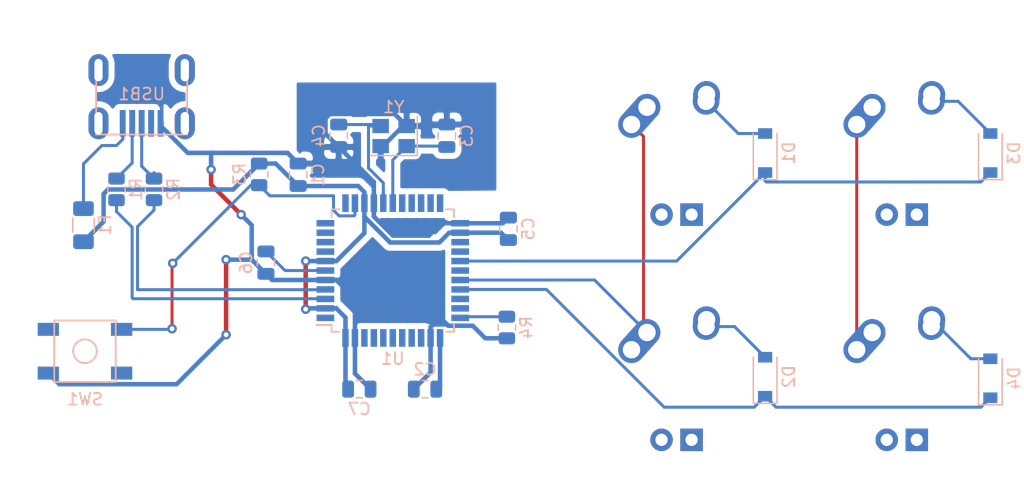
<source format=kicad_pcb>
(kicad_pcb (version 20171130) (host pcbnew "(5.1.8)-1")

  (general
    (thickness 1.6)
    (drawings 9)
    (tracks 187)
    (zones 0)
    (modules 24)
    (nets 45)
  )

  (page A4)
  (layers
    (0 F.Cu signal)
    (31 B.Cu signal)
    (32 B.Adhes user)
    (33 F.Adhes user)
    (34 B.Paste user)
    (35 F.Paste user)
    (36 B.SilkS user)
    (37 F.SilkS user)
    (38 B.Mask user)
    (39 F.Mask user)
    (40 Dwgs.User user)
    (41 Cmts.User user)
    (42 Eco1.User user)
    (43 Eco2.User user)
    (44 Edge.Cuts user)
    (45 Margin user)
    (46 B.CrtYd user)
    (47 F.CrtYd user)
    (48 B.Fab user)
    (49 F.Fab user)
  )

  (setup
    (last_trace_width 0.254)
    (trace_clearance 0.2)
    (zone_clearance 0.508)
    (zone_45_only no)
    (trace_min 0.2)
    (via_size 0.8)
    (via_drill 0.4)
    (via_min_size 0.4)
    (via_min_drill 0.3)
    (uvia_size 0.3)
    (uvia_drill 0.1)
    (uvias_allowed no)
    (uvia_min_size 0.2)
    (uvia_min_drill 0.1)
    (edge_width 0.05)
    (segment_width 0.2)
    (pcb_text_width 0.3)
    (pcb_text_size 1.5 1.5)
    (mod_edge_width 0.12)
    (mod_text_size 1 1)
    (mod_text_width 0.15)
    (pad_size 1.524 1.524)
    (pad_drill 0.762)
    (pad_to_mask_clearance 0)
    (aux_axis_origin 0 0)
    (visible_elements FFFFFF7F)
    (pcbplotparams
      (layerselection 0x010f0_ffffffff)
      (usegerberextensions true)
      (usegerberattributes true)
      (usegerberadvancedattributes true)
      (creategerberjobfile false)
      (excludeedgelayer true)
      (linewidth 0.100000)
      (plotframeref false)
      (viasonmask false)
      (mode 1)
      (useauxorigin false)
      (hpglpennumber 1)
      (hpglpenspeed 20)
      (hpglpendiameter 15.000000)
      (psnegative false)
      (psa4output false)
      (plotreference true)
      (plotvalue true)
      (plotinvisibletext false)
      (padsonsilk false)
      (subtractmaskfromsilk true)
      (outputformat 1)
      (mirror false)
      (drillshape 0)
      (scaleselection 1)
      (outputdirectory "../../../../3D Objects/Gerbers/"))
  )

  (net 0 "")
  (net 1 GND)
  (net 2 +5V)
  (net 3 "Net-(C3-Pad1)")
  (net 4 "Net-(C4-Pad1)")
  (net 5 "Net-(C6-Pad1)")
  (net 6 "Net-(D1-Pad2)")
  (net 7 ROW0)
  (net 8 "Net-(D2-Pad2)")
  (net 9 ROW1)
  (net 10 "Net-(D3-Pad2)")
  (net 11 "Net-(D4-Pad2)")
  (net 12 VCC)
  (net 13 COL0)
  (net 14 COL1)
  (net 15 D-)
  (net 16 "Net-(R1-Pad1)")
  (net 17 D+)
  (net 18 "Net-(R2-Pad1)")
  (net 19 "Net-(R3-Pad2)")
  (net 20 "Net-(R4-Pad2)")
  (net 21 "Net-(U1-Pad42)")
  (net 22 "Net-(U1-Pad41)")
  (net 23 "Net-(U1-Pad40)")
  (net 24 "Net-(U1-Pad39)")
  (net 25 "Net-(U1-Pad38)")
  (net 26 "Net-(U1-Pad37)")
  (net 27 "Net-(U1-Pad36)")
  (net 28 "Net-(U1-Pad32)")
  (net 29 "Net-(U1-Pad31)")
  (net 30 "Net-(U1-Pad26)")
  (net 31 "Net-(U1-Pad25)")
  (net 32 "Net-(U1-Pad22)")
  (net 33 "Net-(U1-Pad21)")
  (net 34 "Net-(U1-Pad20)")
  (net 35 "Net-(U1-Pad19)")
  (net 36 "Net-(U1-Pad18)")
  (net 37 "Net-(U1-Pad12)")
  (net 38 "Net-(U1-Pad11)")
  (net 39 "Net-(U1-Pad10)")
  (net 40 "Net-(U1-Pad9)")
  (net 41 "Net-(U1-Pad8)")
  (net 42 "Net-(U1-Pad1)")
  (net 43 "Net-(USB1-Pad6)")
  (net 44 "Net-(USB1-Pad2)")

  (net_class Default "This is the default net class."
    (clearance 0.2)
    (trace_width 0.254)
    (via_dia 0.8)
    (via_drill 0.4)
    (uvia_dia 0.3)
    (uvia_drill 0.1)
    (add_net COL0)
    (add_net COL1)
    (add_net D+)
    (add_net D-)
    (add_net "Net-(C3-Pad1)")
    (add_net "Net-(C4-Pad1)")
    (add_net "Net-(C6-Pad1)")
    (add_net "Net-(D1-Pad2)")
    (add_net "Net-(D2-Pad2)")
    (add_net "Net-(D3-Pad2)")
    (add_net "Net-(D4-Pad2)")
    (add_net "Net-(R1-Pad1)")
    (add_net "Net-(R2-Pad1)")
    (add_net "Net-(R3-Pad2)")
    (add_net "Net-(R4-Pad2)")
    (add_net "Net-(U1-Pad1)")
    (add_net "Net-(U1-Pad10)")
    (add_net "Net-(U1-Pad11)")
    (add_net "Net-(U1-Pad12)")
    (add_net "Net-(U1-Pad18)")
    (add_net "Net-(U1-Pad19)")
    (add_net "Net-(U1-Pad20)")
    (add_net "Net-(U1-Pad21)")
    (add_net "Net-(U1-Pad22)")
    (add_net "Net-(U1-Pad25)")
    (add_net "Net-(U1-Pad26)")
    (add_net "Net-(U1-Pad31)")
    (add_net "Net-(U1-Pad32)")
    (add_net "Net-(U1-Pad36)")
    (add_net "Net-(U1-Pad37)")
    (add_net "Net-(U1-Pad38)")
    (add_net "Net-(U1-Pad39)")
    (add_net "Net-(U1-Pad40)")
    (add_net "Net-(U1-Pad41)")
    (add_net "Net-(U1-Pad42)")
    (add_net "Net-(U1-Pad8)")
    (add_net "Net-(U1-Pad9)")
    (add_net "Net-(USB1-Pad2)")
    (add_net "Net-(USB1-Pad6)")
    (add_net ROW0)
    (add_net ROW1)
    (add_net VCC)
  )

  (net_class Power ""
    (clearance 0.2)
    (trace_width 0.381)
    (via_dia 0.8)
    (via_drill 0.4)
    (uvia_dia 0.3)
    (uvia_drill 0.1)
    (add_net +5V)
    (add_net GND)
  )

  (module random-keyboard-parts:SKQG-1155865 (layer B.Cu) (tedit 5E62B398) (tstamp 5FD40B19)
    (at 38.862 105.537 180)
    (path /5FD866DF)
    (attr smd)
    (fp_text reference SW1 (at 0 -4.064) (layer B.SilkS)
      (effects (font (size 1 1) (thickness 0.15)) (justify mirror))
    )
    (fp_text value SW_Push (at 0 4.064) (layer B.Fab)
      (effects (font (size 1 1) (thickness 0.15)) (justify mirror))
    )
    (fp_line (start -2.6 -1.1) (end -1.1 -2.6) (layer B.Fab) (width 0.15))
    (fp_line (start 2.6 -1.1) (end 1.1 -2.6) (layer B.Fab) (width 0.15))
    (fp_line (start 2.6 1.1) (end 1.1 2.6) (layer B.Fab) (width 0.15))
    (fp_line (start -2.6 1.1) (end -1.1 2.6) (layer B.Fab) (width 0.15))
    (fp_circle (center 0 0) (end 1 0) (layer B.Fab) (width 0.15))
    (fp_line (start -4.2 1.1) (end -4.2 2.6) (layer B.Fab) (width 0.15))
    (fp_line (start -2.6 1.1) (end -4.2 1.1) (layer B.Fab) (width 0.15))
    (fp_line (start -2.6 -1.1) (end -2.6 1.1) (layer B.Fab) (width 0.15))
    (fp_line (start -4.2 -1.1) (end -2.6 -1.1) (layer B.Fab) (width 0.15))
    (fp_line (start -4.2 -2.6) (end -4.2 -1.1) (layer B.Fab) (width 0.15))
    (fp_line (start 4.2 -2.6) (end -4.2 -2.6) (layer B.Fab) (width 0.15))
    (fp_line (start 4.2 -1.1) (end 4.2 -2.6) (layer B.Fab) (width 0.15))
    (fp_line (start 2.6 -1.1) (end 4.2 -1.1) (layer B.Fab) (width 0.15))
    (fp_line (start 2.6 1.1) (end 2.6 -1.1) (layer B.Fab) (width 0.15))
    (fp_line (start 4.2 1.1) (end 2.6 1.1) (layer B.Fab) (width 0.15))
    (fp_line (start 4.2 2.6) (end 4.2 1.2) (layer B.Fab) (width 0.15))
    (fp_line (start -4.2 2.6) (end 4.2 2.6) (layer B.Fab) (width 0.15))
    (fp_circle (center 0 0) (end 1 0) (layer B.SilkS) (width 0.15))
    (fp_line (start -2.6 -2.6) (end -2.6 2.6) (layer B.SilkS) (width 0.15))
    (fp_line (start 2.6 -2.6) (end -2.6 -2.6) (layer B.SilkS) (width 0.15))
    (fp_line (start 2.6 2.6) (end 2.6 -2.6) (layer B.SilkS) (width 0.15))
    (fp_line (start -2.6 2.6) (end 2.6 2.6) (layer B.SilkS) (width 0.15))
    (pad 4 smd rect (at -3.1 -1.85 180) (size 1.8 1.1) (layers B.Cu B.Paste B.Mask))
    (pad 3 smd rect (at 3.1 1.85 180) (size 1.8 1.1) (layers B.Cu B.Paste B.Mask))
    (pad 2 smd rect (at -3.1 1.85 180) (size 1.8 1.1) (layers B.Cu B.Paste B.Mask)
      (net 19 "Net-(R3-Pad2)"))
    (pad 1 smd rect (at 3.1 -1.85 180) (size 1.8 1.1) (layers B.Cu B.Paste B.Mask)
      (net 1 GND))
    (model ${KISYS3DMOD}/Button_Switch_SMD.3dshapes/SW_SPST_TL3342.step
      (at (xyz 0 0 0))
      (scale (xyz 1 1 1))
      (rotate (xyz 0 0 0))
    )
  )

  (module Crystal:Crystal_SMD_3225-4Pin_3.2x2.5mm (layer B.Cu) (tedit 5A0FD1B2) (tstamp 5FD40B90)
    (at 64.97175 87.337 180)
    (descr "SMD Crystal SERIES SMD3225/4 http://www.txccrystal.com/images/pdf/7m-accuracy.pdf, 3.2x2.5mm^2 package")
    (tags "SMD SMT crystal")
    (path /5FD79EBC)
    (attr smd)
    (fp_text reference Y1 (at 0 2.45) (layer B.SilkS)
      (effects (font (size 1 1) (thickness 0.15)) (justify mirror))
    )
    (fp_text value 16MHz (at 0 -2.45) (layer B.Fab)
      (effects (font (size 1 1) (thickness 0.15)) (justify mirror))
    )
    (fp_text user %R (at 0 0) (layer B.Fab)
      (effects (font (size 0.7 0.7) (thickness 0.105)) (justify mirror))
    )
    (fp_line (start -1.6 1.25) (end -1.6 -1.25) (layer B.Fab) (width 0.1))
    (fp_line (start -1.6 -1.25) (end 1.6 -1.25) (layer B.Fab) (width 0.1))
    (fp_line (start 1.6 -1.25) (end 1.6 1.25) (layer B.Fab) (width 0.1))
    (fp_line (start 1.6 1.25) (end -1.6 1.25) (layer B.Fab) (width 0.1))
    (fp_line (start -1.6 -0.25) (end -0.6 -1.25) (layer B.Fab) (width 0.1))
    (fp_line (start -2 1.65) (end -2 -1.65) (layer B.SilkS) (width 0.12))
    (fp_line (start -2 -1.65) (end 2 -1.65) (layer B.SilkS) (width 0.12))
    (fp_line (start -2.1 1.7) (end -2.1 -1.7) (layer B.CrtYd) (width 0.05))
    (fp_line (start -2.1 -1.7) (end 2.1 -1.7) (layer B.CrtYd) (width 0.05))
    (fp_line (start 2.1 -1.7) (end 2.1 1.7) (layer B.CrtYd) (width 0.05))
    (fp_line (start 2.1 1.7) (end -2.1 1.7) (layer B.CrtYd) (width 0.05))
    (pad 4 smd rect (at -1.1 0.85 180) (size 1.4 1.2) (layers B.Cu B.Paste B.Mask)
      (net 1 GND))
    (pad 3 smd rect (at 1.1 0.85 180) (size 1.4 1.2) (layers B.Cu B.Paste B.Mask)
      (net 4 "Net-(C4-Pad1)"))
    (pad 2 smd rect (at 1.1 -0.85 180) (size 1.4 1.2) (layers B.Cu B.Paste B.Mask)
      (net 1 GND))
    (pad 1 smd rect (at -1.1 -0.85 180) (size 1.4 1.2) (layers B.Cu B.Paste B.Mask)
      (net 3 "Net-(C3-Pad1)"))
    (model ${KISYS3DMOD}/Crystal.3dshapes/Crystal_SMD_3225-4Pin_3.2x2.5mm.wrl
      (at (xyz 0 0 0))
      (scale (xyz 1 1 1))
      (rotate (xyz 0 0 0))
    )
  )

  (module random-keyboard-parts:Molex-0548190589 (layer B.Cu) (tedit 5C494815) (tstamp 5FD40B7C)
    (at 43.65625 81.75625 270)
    (path /5FDB9D6B)
    (attr smd)
    (fp_text reference USB1 (at 2.032 0) (layer B.SilkS)
      (effects (font (size 1 1) (thickness 0.15)) (justify mirror))
    )
    (fp_text value Molex-0548190589 (at -5.08 0) (layer Dwgs.User)
      (effects (font (size 1 1) (thickness 0.15)))
    )
    (fp_text user %R (at 2 0) (layer B.CrtYd)
      (effects (font (size 1 1) (thickness 0.15)) (justify mirror))
    )
    (fp_line (start -3.75 3.85) (end -3.75 -3.85) (layer Dwgs.User) (width 0.15))
    (fp_line (start -1.75 4.572) (end -1.75 -4.572) (layer Dwgs.User) (width 0.15))
    (fp_line (start -3.75 -3.85) (end 0 -3.85) (layer Dwgs.User) (width 0.15))
    (fp_line (start -3.75 3.85) (end 0 3.85) (layer Dwgs.User) (width 0.15))
    (fp_line (start 5.45 3.85) (end 5.45 -3.85) (layer B.SilkS) (width 0.15))
    (fp_line (start 0 -3.85) (end 5.45 -3.85) (layer B.SilkS) (width 0.15))
    (fp_line (start 0 3.85) (end 5.45 3.85) (layer B.SilkS) (width 0.15))
    (fp_line (start -3.75 3.75) (end 5.5 3.75) (layer B.CrtYd) (width 0.15))
    (fp_line (start 5.5 3.75) (end 5.5 -3.75) (layer B.CrtYd) (width 0.15))
    (fp_line (start 5.5 -3.75) (end -3.75 -3.75) (layer B.CrtYd) (width 0.15))
    (fp_line (start -3.75 -3.75) (end -3.75 3.75) (layer B.CrtYd) (width 0.15))
    (fp_line (start 5.5 2) (end 3.25 2) (layer B.CrtYd) (width 0.15))
    (fp_line (start 3.25 2) (end 3.25 -2) (layer B.CrtYd) (width 0.15))
    (fp_line (start 3.25 -2) (end 5.5 -2) (layer B.CrtYd) (width 0.15))
    (fp_line (start 5.5 -1.25) (end 3.25 -1.25) (layer B.CrtYd) (width 0.15))
    (fp_line (start 3.25 -0.5) (end 5.5 -0.5) (layer B.CrtYd) (width 0.15))
    (fp_line (start 5.5 0.5) (end 3.25 0.5) (layer B.CrtYd) (width 0.15))
    (fp_line (start 3.25 1.25) (end 5.5 1.25) (layer B.CrtYd) (width 0.15))
    (pad 6 thru_hole oval (at 0 3.65 270) (size 2.7 1.7) (drill oval 1.9 0.7) (layers *.Cu *.Mask)
      (net 43 "Net-(USB1-Pad6)"))
    (pad 6 thru_hole oval (at 0 -3.65 270) (size 2.7 1.7) (drill oval 1.9 0.7) (layers *.Cu *.Mask)
      (net 43 "Net-(USB1-Pad6)"))
    (pad 6 thru_hole oval (at 4.5 -3.65 270) (size 2.7 1.7) (drill oval 1.9 0.7) (layers *.Cu *.Mask)
      (net 43 "Net-(USB1-Pad6)"))
    (pad 6 thru_hole oval (at 4.5 3.65 270) (size 2.7 1.7) (drill oval 1.9 0.7) (layers *.Cu *.Mask)
      (net 43 "Net-(USB1-Pad6)"))
    (pad 5 smd rect (at 4.5 1.6 270) (size 2.25 0.5) (layers B.Cu B.Paste B.Mask)
      (net 12 VCC))
    (pad 4 smd rect (at 4.5 0.8 270) (size 2.25 0.5) (layers B.Cu B.Paste B.Mask)
      (net 15 D-))
    (pad 3 smd rect (at 4.5 0 270) (size 2.25 0.5) (layers B.Cu B.Paste B.Mask)
      (net 17 D+))
    (pad 2 smd rect (at 4.5 -0.8 270) (size 2.25 0.5) (layers B.Cu B.Paste B.Mask)
      (net 44 "Net-(USB1-Pad2)"))
    (pad 1 smd rect (at 4.5 -1.6 270) (size 2.25 0.5) (layers B.Cu B.Paste B.Mask)
      (net 1 GND))
  )

  (module Package_QFP:TQFP-44_10x10mm_P0.8mm (layer B.Cu) (tedit 5A02F146) (tstamp 5FD40B5C)
    (at 64.897 98.71075)
    (descr "44-Lead Plastic Thin Quad Flatpack (PT) - 10x10x1.0 mm Body [TQFP] (see Microchip Packaging Specification 00000049BS.pdf)")
    (tags "QFP 0.8")
    (path /5FD3A03F)
    (attr smd)
    (fp_text reference U1 (at 0 7.45) (layer B.SilkS)
      (effects (font (size 1 1) (thickness 0.15)) (justify mirror))
    )
    (fp_text value ATmega32U4-AU (at 0 -7.45) (layer B.Fab)
      (effects (font (size 1 1) (thickness 0.15)) (justify mirror))
    )
    (fp_text user %R (at 0 0) (layer B.Fab)
      (effects (font (size 1 1) (thickness 0.15)) (justify mirror))
    )
    (fp_line (start -4 5) (end 5 5) (layer B.Fab) (width 0.15))
    (fp_line (start 5 5) (end 5 -5) (layer B.Fab) (width 0.15))
    (fp_line (start 5 -5) (end -5 -5) (layer B.Fab) (width 0.15))
    (fp_line (start -5 -5) (end -5 4) (layer B.Fab) (width 0.15))
    (fp_line (start -5 4) (end -4 5) (layer B.Fab) (width 0.15))
    (fp_line (start -6.7 6.7) (end -6.7 -6.7) (layer B.CrtYd) (width 0.05))
    (fp_line (start 6.7 6.7) (end 6.7 -6.7) (layer B.CrtYd) (width 0.05))
    (fp_line (start -6.7 6.7) (end 6.7 6.7) (layer B.CrtYd) (width 0.05))
    (fp_line (start -6.7 -6.7) (end 6.7 -6.7) (layer B.CrtYd) (width 0.05))
    (fp_line (start -5.175 5.175) (end -5.175 4.6) (layer B.SilkS) (width 0.15))
    (fp_line (start 5.175 5.175) (end 5.175 4.5) (layer B.SilkS) (width 0.15))
    (fp_line (start 5.175 -5.175) (end 5.175 -4.5) (layer B.SilkS) (width 0.15))
    (fp_line (start -5.175 -5.175) (end -5.175 -4.5) (layer B.SilkS) (width 0.15))
    (fp_line (start -5.175 5.175) (end -4.5 5.175) (layer B.SilkS) (width 0.15))
    (fp_line (start -5.175 -5.175) (end -4.5 -5.175) (layer B.SilkS) (width 0.15))
    (fp_line (start 5.175 -5.175) (end 4.5 -5.175) (layer B.SilkS) (width 0.15))
    (fp_line (start 5.175 5.175) (end 4.5 5.175) (layer B.SilkS) (width 0.15))
    (fp_line (start -5.175 4.6) (end -6.45 4.6) (layer B.SilkS) (width 0.15))
    (pad 44 smd rect (at -4 5.7 270) (size 1.5 0.55) (layers B.Cu B.Paste B.Mask)
      (net 2 +5V))
    (pad 43 smd rect (at -3.2 5.7 270) (size 1.5 0.55) (layers B.Cu B.Paste B.Mask)
      (net 1 GND))
    (pad 42 smd rect (at -2.4 5.7 270) (size 1.5 0.55) (layers B.Cu B.Paste B.Mask)
      (net 21 "Net-(U1-Pad42)"))
    (pad 41 smd rect (at -1.6 5.7 270) (size 1.5 0.55) (layers B.Cu B.Paste B.Mask)
      (net 22 "Net-(U1-Pad41)"))
    (pad 40 smd rect (at -0.8 5.7 270) (size 1.5 0.55) (layers B.Cu B.Paste B.Mask)
      (net 23 "Net-(U1-Pad40)"))
    (pad 39 smd rect (at 0 5.7 270) (size 1.5 0.55) (layers B.Cu B.Paste B.Mask)
      (net 24 "Net-(U1-Pad39)"))
    (pad 38 smd rect (at 0.8 5.7 270) (size 1.5 0.55) (layers B.Cu B.Paste B.Mask)
      (net 25 "Net-(U1-Pad38)"))
    (pad 37 smd rect (at 1.6 5.7 270) (size 1.5 0.55) (layers B.Cu B.Paste B.Mask)
      (net 26 "Net-(U1-Pad37)"))
    (pad 36 smd rect (at 2.4 5.7 270) (size 1.5 0.55) (layers B.Cu B.Paste B.Mask)
      (net 27 "Net-(U1-Pad36)"))
    (pad 35 smd rect (at 3.2 5.7 270) (size 1.5 0.55) (layers B.Cu B.Paste B.Mask)
      (net 1 GND))
    (pad 34 smd rect (at 4 5.7 270) (size 1.5 0.55) (layers B.Cu B.Paste B.Mask)
      (net 2 +5V))
    (pad 33 smd rect (at 5.7 4) (size 1.5 0.55) (layers B.Cu B.Paste B.Mask)
      (net 20 "Net-(R4-Pad2)"))
    (pad 32 smd rect (at 5.7 3.2) (size 1.5 0.55) (layers B.Cu B.Paste B.Mask)
      (net 28 "Net-(U1-Pad32)"))
    (pad 31 smd rect (at 5.7 2.4) (size 1.5 0.55) (layers B.Cu B.Paste B.Mask)
      (net 29 "Net-(U1-Pad31)"))
    (pad 30 smd rect (at 5.7 1.6) (size 1.5 0.55) (layers B.Cu B.Paste B.Mask)
      (net 9 ROW1))
    (pad 29 smd rect (at 5.7 0.8) (size 1.5 0.55) (layers B.Cu B.Paste B.Mask)
      (net 13 COL0))
    (pad 28 smd rect (at 5.7 0) (size 1.5 0.55) (layers B.Cu B.Paste B.Mask)
      (net 14 COL1))
    (pad 27 smd rect (at 5.7 -0.8) (size 1.5 0.55) (layers B.Cu B.Paste B.Mask)
      (net 7 ROW0))
    (pad 26 smd rect (at 5.7 -1.6) (size 1.5 0.55) (layers B.Cu B.Paste B.Mask)
      (net 30 "Net-(U1-Pad26)"))
    (pad 25 smd rect (at 5.7 -2.4) (size 1.5 0.55) (layers B.Cu B.Paste B.Mask)
      (net 31 "Net-(U1-Pad25)"))
    (pad 24 smd rect (at 5.7 -3.2) (size 1.5 0.55) (layers B.Cu B.Paste B.Mask)
      (net 2 +5V))
    (pad 23 smd rect (at 5.7 -4) (size 1.5 0.55) (layers B.Cu B.Paste B.Mask)
      (net 1 GND))
    (pad 22 smd rect (at 4 -5.7 270) (size 1.5 0.55) (layers B.Cu B.Paste B.Mask)
      (net 32 "Net-(U1-Pad22)"))
    (pad 21 smd rect (at 3.2 -5.7 270) (size 1.5 0.55) (layers B.Cu B.Paste B.Mask)
      (net 33 "Net-(U1-Pad21)"))
    (pad 20 smd rect (at 2.4 -5.7 270) (size 1.5 0.55) (layers B.Cu B.Paste B.Mask)
      (net 34 "Net-(U1-Pad20)"))
    (pad 19 smd rect (at 1.6 -5.7 270) (size 1.5 0.55) (layers B.Cu B.Paste B.Mask)
      (net 35 "Net-(U1-Pad19)"))
    (pad 18 smd rect (at 0.8 -5.7 270) (size 1.5 0.55) (layers B.Cu B.Paste B.Mask)
      (net 36 "Net-(U1-Pad18)"))
    (pad 17 smd rect (at 0 -5.7 270) (size 1.5 0.55) (layers B.Cu B.Paste B.Mask)
      (net 3 "Net-(C3-Pad1)"))
    (pad 16 smd rect (at -0.8 -5.7 270) (size 1.5 0.55) (layers B.Cu B.Paste B.Mask)
      (net 4 "Net-(C4-Pad1)"))
    (pad 15 smd rect (at -1.6 -5.7 270) (size 1.5 0.55) (layers B.Cu B.Paste B.Mask)
      (net 1 GND))
    (pad 14 smd rect (at -2.4 -5.7 270) (size 1.5 0.55) (layers B.Cu B.Paste B.Mask)
      (net 2 +5V))
    (pad 13 smd rect (at -3.2 -5.7 270) (size 1.5 0.55) (layers B.Cu B.Paste B.Mask)
      (net 19 "Net-(R3-Pad2)"))
    (pad 12 smd rect (at -4 -5.7 270) (size 1.5 0.55) (layers B.Cu B.Paste B.Mask)
      (net 37 "Net-(U1-Pad12)"))
    (pad 11 smd rect (at -5.7 -4) (size 1.5 0.55) (layers B.Cu B.Paste B.Mask)
      (net 38 "Net-(U1-Pad11)"))
    (pad 10 smd rect (at -5.7 -3.2) (size 1.5 0.55) (layers B.Cu B.Paste B.Mask)
      (net 39 "Net-(U1-Pad10)"))
    (pad 9 smd rect (at -5.7 -2.4) (size 1.5 0.55) (layers B.Cu B.Paste B.Mask)
      (net 40 "Net-(U1-Pad9)"))
    (pad 8 smd rect (at -5.7 -1.6) (size 1.5 0.55) (layers B.Cu B.Paste B.Mask)
      (net 41 "Net-(U1-Pad8)"))
    (pad 7 smd rect (at -5.7 -0.8) (size 1.5 0.55) (layers B.Cu B.Paste B.Mask)
      (net 2 +5V))
    (pad 6 smd rect (at -5.7 0) (size 1.5 0.55) (layers B.Cu B.Paste B.Mask)
      (net 5 "Net-(C6-Pad1)"))
    (pad 5 smd rect (at -5.7 0.8) (size 1.5 0.55) (layers B.Cu B.Paste B.Mask)
      (net 1 GND))
    (pad 4 smd rect (at -5.7 1.6) (size 1.5 0.55) (layers B.Cu B.Paste B.Mask)
      (net 18 "Net-(R2-Pad1)"))
    (pad 3 smd rect (at -5.7 2.4) (size 1.5 0.55) (layers B.Cu B.Paste B.Mask)
      (net 16 "Net-(R1-Pad1)"))
    (pad 2 smd rect (at -5.7 3.2) (size 1.5 0.55) (layers B.Cu B.Paste B.Mask)
      (net 2 +5V))
    (pad 1 smd rect (at -5.7 4) (size 1.5 0.55) (layers B.Cu B.Paste B.Mask)
      (net 42 "Net-(U1-Pad1)"))
    (model ${KISYS3DMOD}/Package_QFP.3dshapes/TQFP-44_10x10mm_P0.8mm.wrl
      (at (xyz 0 0 0))
      (scale (xyz 1 1 1))
      (rotate (xyz 0 0 0))
    )
  )

  (module Resistor_SMD:R_0805_2012Metric (layer B.Cu) (tedit 5F68FEEE) (tstamp 5FD40AFB)
    (at 74.549 103.5285 90)
    (descr "Resistor SMD 0805 (2012 Metric), square (rectangular) end terminal, IPC_7351 nominal, (Body size source: IPC-SM-782 page 72, https://www.pcb-3d.com/wordpress/wp-content/uploads/ipc-sm-782a_amendment_1_and_2.pdf), generated with kicad-footprint-generator")
    (tags resistor)
    (path /5FD42EC5)
    (attr smd)
    (fp_text reference R4 (at 0 1.65 270) (layer B.SilkS)
      (effects (font (size 1 1) (thickness 0.15)) (justify mirror))
    )
    (fp_text value 10k (at 0 -1.65 270) (layer B.Fab)
      (effects (font (size 1 1) (thickness 0.15)) (justify mirror))
    )
    (fp_text user %R (at 0 0 270) (layer B.Fab)
      (effects (font (size 0.5 0.5) (thickness 0.08)) (justify mirror))
    )
    (fp_line (start -1 -0.625) (end -1 0.625) (layer B.Fab) (width 0.1))
    (fp_line (start -1 0.625) (end 1 0.625) (layer B.Fab) (width 0.1))
    (fp_line (start 1 0.625) (end 1 -0.625) (layer B.Fab) (width 0.1))
    (fp_line (start 1 -0.625) (end -1 -0.625) (layer B.Fab) (width 0.1))
    (fp_line (start -0.227064 0.735) (end 0.227064 0.735) (layer B.SilkS) (width 0.12))
    (fp_line (start -0.227064 -0.735) (end 0.227064 -0.735) (layer B.SilkS) (width 0.12))
    (fp_line (start -1.68 -0.95) (end -1.68 0.95) (layer B.CrtYd) (width 0.05))
    (fp_line (start -1.68 0.95) (end 1.68 0.95) (layer B.CrtYd) (width 0.05))
    (fp_line (start 1.68 0.95) (end 1.68 -0.95) (layer B.CrtYd) (width 0.05))
    (fp_line (start 1.68 -0.95) (end -1.68 -0.95) (layer B.CrtYd) (width 0.05))
    (pad 2 smd roundrect (at 0.9125 0 90) (size 1.025 1.4) (layers B.Cu B.Paste B.Mask) (roundrect_rratio 0.2439014634146341)
      (net 20 "Net-(R4-Pad2)"))
    (pad 1 smd roundrect (at -0.9125 0 90) (size 1.025 1.4) (layers B.Cu B.Paste B.Mask) (roundrect_rratio 0.2439014634146341)
      (net 1 GND))
    (model ${KISYS3DMOD}/Resistor_SMD.3dshapes/R_0805_2012Metric.wrl
      (at (xyz 0 0 0))
      (scale (xyz 1 1 1))
      (rotate (xyz 0 0 0))
    )
  )

  (module Resistor_SMD:R_0805_2012Metric (layer B.Cu) (tedit 5F68FEEE) (tstamp 5FD40AEA)
    (at 53.594 90.5745 270)
    (descr "Resistor SMD 0805 (2012 Metric), square (rectangular) end terminal, IPC_7351 nominal, (Body size source: IPC-SM-782 page 72, https://www.pcb-3d.com/wordpress/wp-content/uploads/ipc-sm-782a_amendment_1_and_2.pdf), generated with kicad-footprint-generator")
    (tags resistor)
    (path /5FDB493A)
    (attr smd)
    (fp_text reference R3 (at 0 1.65 270) (layer B.SilkS)
      (effects (font (size 1 1) (thickness 0.15)) (justify mirror))
    )
    (fp_text value 10k (at 0 -1.65 270) (layer B.Fab)
      (effects (font (size 1 1) (thickness 0.15)) (justify mirror))
    )
    (fp_line (start 1.68 -0.95) (end -1.68 -0.95) (layer B.CrtYd) (width 0.05))
    (fp_line (start 1.68 0.95) (end 1.68 -0.95) (layer B.CrtYd) (width 0.05))
    (fp_line (start -1.68 0.95) (end 1.68 0.95) (layer B.CrtYd) (width 0.05))
    (fp_line (start -1.68 -0.95) (end -1.68 0.95) (layer B.CrtYd) (width 0.05))
    (fp_line (start -0.227064 -0.735) (end 0.227064 -0.735) (layer B.SilkS) (width 0.12))
    (fp_line (start -0.227064 0.735) (end 0.227064 0.735) (layer B.SilkS) (width 0.12))
    (fp_line (start 1 -0.625) (end -1 -0.625) (layer B.Fab) (width 0.1))
    (fp_line (start 1 0.625) (end 1 -0.625) (layer B.Fab) (width 0.1))
    (fp_line (start -1 0.625) (end 1 0.625) (layer B.Fab) (width 0.1))
    (fp_line (start -1 -0.625) (end -1 0.625) (layer B.Fab) (width 0.1))
    (fp_text user %R (at 0 0 270) (layer B.Fab)
      (effects (font (size 0.5 0.5) (thickness 0.08)) (justify mirror))
    )
    (pad 1 smd roundrect (at -0.9125 0 270) (size 1.025 1.4) (layers B.Cu B.Paste B.Mask) (roundrect_rratio 0.2439014634146341)
      (net 2 +5V))
    (pad 2 smd roundrect (at 0.9125 0 270) (size 1.025 1.4) (layers B.Cu B.Paste B.Mask) (roundrect_rratio 0.2439014634146341)
      (net 19 "Net-(R3-Pad2)"))
    (model ${KISYS3DMOD}/Resistor_SMD.3dshapes/R_0805_2012Metric.wrl
      (at (xyz 0 0 0))
      (scale (xyz 1 1 1))
      (rotate (xyz 0 0 0))
    )
  )

  (module Resistor_SMD:R_0805_2012Metric (layer B.Cu) (tedit 5F68FEEE) (tstamp 5FD40AD9)
    (at 44.704 91.8445 90)
    (descr "Resistor SMD 0805 (2012 Metric), square (rectangular) end terminal, IPC_7351 nominal, (Body size source: IPC-SM-782 page 72, https://www.pcb-3d.com/wordpress/wp-content/uploads/ipc-sm-782a_amendment_1_and_2.pdf), generated with kicad-footprint-generator")
    (tags resistor)
    (path /5FD4E390)
    (attr smd)
    (fp_text reference R2 (at 0 1.65 90) (layer B.SilkS)
      (effects (font (size 1 1) (thickness 0.15)) (justify mirror))
    )
    (fp_text value 22 (at 0 -1.65 90) (layer B.Fab)
      (effects (font (size 1 1) (thickness 0.15)) (justify mirror))
    )
    (fp_text user %R (at 0 0 90) (layer B.Fab)
      (effects (font (size 0.5 0.5) (thickness 0.08)) (justify mirror))
    )
    (fp_line (start -1 -0.625) (end -1 0.625) (layer B.Fab) (width 0.1))
    (fp_line (start -1 0.625) (end 1 0.625) (layer B.Fab) (width 0.1))
    (fp_line (start 1 0.625) (end 1 -0.625) (layer B.Fab) (width 0.1))
    (fp_line (start 1 -0.625) (end -1 -0.625) (layer B.Fab) (width 0.1))
    (fp_line (start -0.227064 0.735) (end 0.227064 0.735) (layer B.SilkS) (width 0.12))
    (fp_line (start -0.227064 -0.735) (end 0.227064 -0.735) (layer B.SilkS) (width 0.12))
    (fp_line (start -1.68 -0.95) (end -1.68 0.95) (layer B.CrtYd) (width 0.05))
    (fp_line (start -1.68 0.95) (end 1.68 0.95) (layer B.CrtYd) (width 0.05))
    (fp_line (start 1.68 0.95) (end 1.68 -0.95) (layer B.CrtYd) (width 0.05))
    (fp_line (start 1.68 -0.95) (end -1.68 -0.95) (layer B.CrtYd) (width 0.05))
    (pad 2 smd roundrect (at 0.9125 0 90) (size 1.025 1.4) (layers B.Cu B.Paste B.Mask) (roundrect_rratio 0.2439014634146341)
      (net 17 D+))
    (pad 1 smd roundrect (at -0.9125 0 90) (size 1.025 1.4) (layers B.Cu B.Paste B.Mask) (roundrect_rratio 0.2439014634146341)
      (net 18 "Net-(R2-Pad1)"))
    (model ${KISYS3DMOD}/Resistor_SMD.3dshapes/R_0805_2012Metric.wrl
      (at (xyz 0 0 0))
      (scale (xyz 1 1 1))
      (rotate (xyz 0 0 0))
    )
  )

  (module Resistor_SMD:R_0805_2012Metric (layer B.Cu) (tedit 5F68FEEE) (tstamp 5FD40AC8)
    (at 41.529 91.8445 90)
    (descr "Resistor SMD 0805 (2012 Metric), square (rectangular) end terminal, IPC_7351 nominal, (Body size source: IPC-SM-782 page 72, https://www.pcb-3d.com/wordpress/wp-content/uploads/ipc-sm-782a_amendment_1_and_2.pdf), generated with kicad-footprint-generator")
    (tags resistor)
    (path /5FD50D4E)
    (attr smd)
    (fp_text reference R1 (at 0 1.65 90) (layer B.SilkS)
      (effects (font (size 1 1) (thickness 0.15)) (justify mirror))
    )
    (fp_text value 22 (at 0 -1.65 90) (layer B.Fab)
      (effects (font (size 1 1) (thickness 0.15)) (justify mirror))
    )
    (fp_text user %R (at 0 0 90) (layer B.Fab)
      (effects (font (size 0.5 0.5) (thickness 0.08)) (justify mirror))
    )
    (fp_line (start -1 -0.625) (end -1 0.625) (layer B.Fab) (width 0.1))
    (fp_line (start -1 0.625) (end 1 0.625) (layer B.Fab) (width 0.1))
    (fp_line (start 1 0.625) (end 1 -0.625) (layer B.Fab) (width 0.1))
    (fp_line (start 1 -0.625) (end -1 -0.625) (layer B.Fab) (width 0.1))
    (fp_line (start -0.227064 0.735) (end 0.227064 0.735) (layer B.SilkS) (width 0.12))
    (fp_line (start -0.227064 -0.735) (end 0.227064 -0.735) (layer B.SilkS) (width 0.12))
    (fp_line (start -1.68 -0.95) (end -1.68 0.95) (layer B.CrtYd) (width 0.05))
    (fp_line (start -1.68 0.95) (end 1.68 0.95) (layer B.CrtYd) (width 0.05))
    (fp_line (start 1.68 0.95) (end 1.68 -0.95) (layer B.CrtYd) (width 0.05))
    (fp_line (start 1.68 -0.95) (end -1.68 -0.95) (layer B.CrtYd) (width 0.05))
    (pad 2 smd roundrect (at 0.9125 0 90) (size 1.025 1.4) (layers B.Cu B.Paste B.Mask) (roundrect_rratio 0.2439014634146341)
      (net 15 D-))
    (pad 1 smd roundrect (at -0.9125 0 90) (size 1.025 1.4) (layers B.Cu B.Paste B.Mask) (roundrect_rratio 0.2439014634146341)
      (net 16 "Net-(R1-Pad1)"))
    (model ${KISYS3DMOD}/Resistor_SMD.3dshapes/R_0805_2012Metric.wrl
      (at (xyz 0 0 0))
      (scale (xyz 1 1 1))
      (rotate (xyz 0 0 0))
    )
  )

  (module MX_Alps_Hybrid:MX-1U (layer F.Cu) (tedit 5A9F3A9A) (tstamp 5FD40AB7)
    (at 107.95 107.95)
    (path /5FDE5DD4)
    (fp_text reference MX4 (at 0 3.175) (layer Dwgs.User)
      (effects (font (size 1 1) (thickness 0.15)))
    )
    (fp_text value MX-NoLED (at 0 -7.9375) (layer Dwgs.User)
      (effects (font (size 1 1) (thickness 0.15)))
    )
    (fp_line (start 5 -7) (end 7 -7) (layer Dwgs.User) (width 0.15))
    (fp_line (start 7 -7) (end 7 -5) (layer Dwgs.User) (width 0.15))
    (fp_line (start 5 7) (end 7 7) (layer Dwgs.User) (width 0.15))
    (fp_line (start 7 7) (end 7 5) (layer Dwgs.User) (width 0.15))
    (fp_line (start -7 5) (end -7 7) (layer Dwgs.User) (width 0.15))
    (fp_line (start -7 7) (end -5 7) (layer Dwgs.User) (width 0.15))
    (fp_line (start -5 -7) (end -7 -7) (layer Dwgs.User) (width 0.15))
    (fp_line (start -7 -7) (end -7 -5) (layer Dwgs.User) (width 0.15))
    (fp_line (start -9.525 -9.525) (end 9.525 -9.525) (layer Dwgs.User) (width 0.15))
    (fp_line (start 9.525 -9.525) (end 9.525 9.525) (layer Dwgs.User) (width 0.15))
    (fp_line (start 9.525 9.525) (end -9.525 9.525) (layer Dwgs.User) (width 0.15))
    (fp_line (start -9.525 9.525) (end -9.525 -9.525) (layer Dwgs.User) (width 0.15))
    (pad "" np_thru_hole circle (at 5.08 0 48.0996) (size 1.75 1.75) (drill 1.75) (layers *.Cu *.Mask))
    (pad "" np_thru_hole circle (at -5.08 0 48.0996) (size 1.75 1.75) (drill 1.75) (layers *.Cu *.Mask))
    (pad 4 thru_hole rect (at 1.27 5.08) (size 1.905 1.905) (drill 1.04) (layers *.Cu B.Mask))
    (pad 3 thru_hole circle (at -1.27 5.08) (size 1.905 1.905) (drill 1.04) (layers *.Cu B.Mask))
    (pad 1 thru_hole circle (at -2.5 -4) (size 2.25 2.25) (drill 1.47) (layers *.Cu B.Mask)
      (net 14 COL1))
    (pad "" np_thru_hole circle (at 0 0) (size 3.9878 3.9878) (drill 3.9878) (layers *.Cu *.Mask))
    (pad 1 thru_hole oval (at -3.81 -2.54 48.0996) (size 4.211556 2.25) (drill 1.47 (offset 0.980778 0)) (layers *.Cu B.Mask)
      (net 14 COL1))
    (pad 2 thru_hole circle (at 2.54 -5.08) (size 2.25 2.25) (drill 1.47) (layers *.Cu B.Mask)
      (net 11 "Net-(D4-Pad2)"))
    (pad 2 thru_hole oval (at 2.5 -4.5 86.0548) (size 2.831378 2.25) (drill 1.47 (offset 0.290689 0)) (layers *.Cu B.Mask)
      (net 11 "Net-(D4-Pad2)"))
  )

  (module MX_Alps_Hybrid:MX-1U (layer F.Cu) (tedit 5A9F3A9A) (tstamp 5FD40A9E)
    (at 107.95 88.9)
    (path /5FDDFF47)
    (fp_text reference MX3 (at 0 3.175) (layer Dwgs.User)
      (effects (font (size 1 1) (thickness 0.15)))
    )
    (fp_text value MX-NoLED (at 0 -7.9375) (layer Dwgs.User)
      (effects (font (size 1 1) (thickness 0.15)))
    )
    (fp_line (start -9.525 9.525) (end -9.525 -9.525) (layer Dwgs.User) (width 0.15))
    (fp_line (start 9.525 9.525) (end -9.525 9.525) (layer Dwgs.User) (width 0.15))
    (fp_line (start 9.525 -9.525) (end 9.525 9.525) (layer Dwgs.User) (width 0.15))
    (fp_line (start -9.525 -9.525) (end 9.525 -9.525) (layer Dwgs.User) (width 0.15))
    (fp_line (start -7 -7) (end -7 -5) (layer Dwgs.User) (width 0.15))
    (fp_line (start -5 -7) (end -7 -7) (layer Dwgs.User) (width 0.15))
    (fp_line (start -7 7) (end -5 7) (layer Dwgs.User) (width 0.15))
    (fp_line (start -7 5) (end -7 7) (layer Dwgs.User) (width 0.15))
    (fp_line (start 7 7) (end 7 5) (layer Dwgs.User) (width 0.15))
    (fp_line (start 5 7) (end 7 7) (layer Dwgs.User) (width 0.15))
    (fp_line (start 7 -7) (end 7 -5) (layer Dwgs.User) (width 0.15))
    (fp_line (start 5 -7) (end 7 -7) (layer Dwgs.User) (width 0.15))
    (pad 2 thru_hole oval (at 2.5 -4.5 86.0548) (size 2.831378 2.25) (drill 1.47 (offset 0.290689 0)) (layers *.Cu B.Mask)
      (net 10 "Net-(D3-Pad2)"))
    (pad 2 thru_hole circle (at 2.54 -5.08) (size 2.25 2.25) (drill 1.47) (layers *.Cu B.Mask)
      (net 10 "Net-(D3-Pad2)"))
    (pad 1 thru_hole oval (at -3.81 -2.54 48.0996) (size 4.211556 2.25) (drill 1.47 (offset 0.980778 0)) (layers *.Cu B.Mask)
      (net 14 COL1))
    (pad "" np_thru_hole circle (at 0 0) (size 3.9878 3.9878) (drill 3.9878) (layers *.Cu *.Mask))
    (pad 1 thru_hole circle (at -2.5 -4) (size 2.25 2.25) (drill 1.47) (layers *.Cu B.Mask)
      (net 14 COL1))
    (pad 3 thru_hole circle (at -1.27 5.08) (size 1.905 1.905) (drill 1.04) (layers *.Cu B.Mask))
    (pad 4 thru_hole rect (at 1.27 5.08) (size 1.905 1.905) (drill 1.04) (layers *.Cu B.Mask))
    (pad "" np_thru_hole circle (at -5.08 0 48.0996) (size 1.75 1.75) (drill 1.75) (layers *.Cu *.Mask))
    (pad "" np_thru_hole circle (at 5.08 0 48.0996) (size 1.75 1.75) (drill 1.75) (layers *.Cu *.Mask))
  )

  (module MX_Alps_Hybrid:MX-1U (layer F.Cu) (tedit 5A9F3A9A) (tstamp 5FD40A85)
    (at 88.9 107.95)
    (path /5FDE33C8)
    (fp_text reference MX2 (at 0 3.175) (layer Dwgs.User)
      (effects (font (size 1 1) (thickness 0.15)))
    )
    (fp_text value MX-NoLED (at 0 -7.9375) (layer Dwgs.User)
      (effects (font (size 1 1) (thickness 0.15)))
    )
    (fp_line (start 5 -7) (end 7 -7) (layer Dwgs.User) (width 0.15))
    (fp_line (start 7 -7) (end 7 -5) (layer Dwgs.User) (width 0.15))
    (fp_line (start 5 7) (end 7 7) (layer Dwgs.User) (width 0.15))
    (fp_line (start 7 7) (end 7 5) (layer Dwgs.User) (width 0.15))
    (fp_line (start -7 5) (end -7 7) (layer Dwgs.User) (width 0.15))
    (fp_line (start -7 7) (end -5 7) (layer Dwgs.User) (width 0.15))
    (fp_line (start -5 -7) (end -7 -7) (layer Dwgs.User) (width 0.15))
    (fp_line (start -7 -7) (end -7 -5) (layer Dwgs.User) (width 0.15))
    (fp_line (start -9.525 -9.525) (end 9.525 -9.525) (layer Dwgs.User) (width 0.15))
    (fp_line (start 9.525 -9.525) (end 9.525 9.525) (layer Dwgs.User) (width 0.15))
    (fp_line (start 9.525 9.525) (end -9.525 9.525) (layer Dwgs.User) (width 0.15))
    (fp_line (start -9.525 9.525) (end -9.525 -9.525) (layer Dwgs.User) (width 0.15))
    (pad "" np_thru_hole circle (at 5.08 0 48.0996) (size 1.75 1.75) (drill 1.75) (layers *.Cu *.Mask))
    (pad "" np_thru_hole circle (at -5.08 0 48.0996) (size 1.75 1.75) (drill 1.75) (layers *.Cu *.Mask))
    (pad 4 thru_hole rect (at 1.27 5.08) (size 1.905 1.905) (drill 1.04) (layers *.Cu B.Mask))
    (pad 3 thru_hole circle (at -1.27 5.08) (size 1.905 1.905) (drill 1.04) (layers *.Cu B.Mask))
    (pad 1 thru_hole circle (at -2.5 -4) (size 2.25 2.25) (drill 1.47) (layers *.Cu B.Mask)
      (net 13 COL0))
    (pad "" np_thru_hole circle (at 0 0) (size 3.9878 3.9878) (drill 3.9878) (layers *.Cu *.Mask))
    (pad 1 thru_hole oval (at -3.81 -2.54 48.0996) (size 4.211556 2.25) (drill 1.47 (offset 0.980778 0)) (layers *.Cu B.Mask)
      (net 13 COL0))
    (pad 2 thru_hole circle (at 2.54 -5.08) (size 2.25 2.25) (drill 1.47) (layers *.Cu B.Mask)
      (net 8 "Net-(D2-Pad2)"))
    (pad 2 thru_hole oval (at 2.5 -4.5 86.0548) (size 2.831378 2.25) (drill 1.47 (offset 0.290689 0)) (layers *.Cu B.Mask)
      (net 8 "Net-(D2-Pad2)"))
  )

  (module MX_Alps_Hybrid:MX-1U (layer F.Cu) (tedit 5A9F3A9A) (tstamp 5FD40A6C)
    (at 88.9 88.9)
    (path /5FDD277E)
    (fp_text reference MX1 (at 0 3.175) (layer Dwgs.User)
      (effects (font (size 1 1) (thickness 0.15)))
    )
    (fp_text value MX-NoLED (at 0 -7.9375) (layer Dwgs.User)
      (effects (font (size 1 1) (thickness 0.15)))
    )
    (fp_line (start 5 -7) (end 7 -7) (layer Dwgs.User) (width 0.15))
    (fp_line (start 7 -7) (end 7 -5) (layer Dwgs.User) (width 0.15))
    (fp_line (start 5 7) (end 7 7) (layer Dwgs.User) (width 0.15))
    (fp_line (start 7 7) (end 7 5) (layer Dwgs.User) (width 0.15))
    (fp_line (start -7 5) (end -7 7) (layer Dwgs.User) (width 0.15))
    (fp_line (start -7 7) (end -5 7) (layer Dwgs.User) (width 0.15))
    (fp_line (start -5 -7) (end -7 -7) (layer Dwgs.User) (width 0.15))
    (fp_line (start -7 -7) (end -7 -5) (layer Dwgs.User) (width 0.15))
    (fp_line (start -9.525 -9.525) (end 9.525 -9.525) (layer Dwgs.User) (width 0.15))
    (fp_line (start 9.525 -9.525) (end 9.525 9.525) (layer Dwgs.User) (width 0.15))
    (fp_line (start 9.525 9.525) (end -9.525 9.525) (layer Dwgs.User) (width 0.15))
    (fp_line (start -9.525 9.525) (end -9.525 -9.525) (layer Dwgs.User) (width 0.15))
    (pad "" np_thru_hole circle (at 5.08 0 48.0996) (size 1.75 1.75) (drill 1.75) (layers *.Cu *.Mask))
    (pad "" np_thru_hole circle (at -5.08 0 48.0996) (size 1.75 1.75) (drill 1.75) (layers *.Cu *.Mask))
    (pad 4 thru_hole rect (at 1.27 5.08) (size 1.905 1.905) (drill 1.04) (layers *.Cu B.Mask))
    (pad 3 thru_hole circle (at -1.27 5.08) (size 1.905 1.905) (drill 1.04) (layers *.Cu B.Mask))
    (pad 1 thru_hole circle (at -2.5 -4) (size 2.25 2.25) (drill 1.47) (layers *.Cu B.Mask)
      (net 13 COL0))
    (pad "" np_thru_hole circle (at 0 0) (size 3.9878 3.9878) (drill 3.9878) (layers *.Cu *.Mask))
    (pad 1 thru_hole oval (at -3.81 -2.54 48.0996) (size 4.211556 2.25) (drill 1.47 (offset 0.980778 0)) (layers *.Cu B.Mask)
      (net 13 COL0))
    (pad 2 thru_hole circle (at 2.54 -5.08) (size 2.25 2.25) (drill 1.47) (layers *.Cu B.Mask)
      (net 6 "Net-(D1-Pad2)"))
    (pad 2 thru_hole oval (at 2.5 -4.5 86.0548) (size 2.831378 2.25) (drill 1.47 (offset 0.290689 0)) (layers *.Cu B.Mask)
      (net 6 "Net-(D1-Pad2)"))
  )

  (module Fuse:Fuse_1206_3216Metric (layer B.Cu) (tedit 5F68FEF1) (tstamp 5FD40A53)
    (at 38.735 94.872 90)
    (descr "Fuse SMD 1206 (3216 Metric), square (rectangular) end terminal, IPC_7351 nominal, (Body size source: http://www.tortai-tech.com/upload/download/2011102023233369053.pdf), generated with kicad-footprint-generator")
    (tags fuse)
    (path /5FDBE039)
    (attr smd)
    (fp_text reference F1 (at 0 1.82 90) (layer B.SilkS)
      (effects (font (size 1 1) (thickness 0.15)) (justify mirror))
    )
    (fp_text value 500mA (at 0 -1.82 90) (layer B.Fab)
      (effects (font (size 1 1) (thickness 0.15)) (justify mirror))
    )
    (fp_text user %R (at 0 0 90) (layer B.Fab)
      (effects (font (size 0.8 0.8) (thickness 0.12)) (justify mirror))
    )
    (fp_line (start -1.6 -0.8) (end -1.6 0.8) (layer B.Fab) (width 0.1))
    (fp_line (start -1.6 0.8) (end 1.6 0.8) (layer B.Fab) (width 0.1))
    (fp_line (start 1.6 0.8) (end 1.6 -0.8) (layer B.Fab) (width 0.1))
    (fp_line (start 1.6 -0.8) (end -1.6 -0.8) (layer B.Fab) (width 0.1))
    (fp_line (start -0.602064 0.91) (end 0.602064 0.91) (layer B.SilkS) (width 0.12))
    (fp_line (start -0.602064 -0.91) (end 0.602064 -0.91) (layer B.SilkS) (width 0.12))
    (fp_line (start -2.28 -1.12) (end -2.28 1.12) (layer B.CrtYd) (width 0.05))
    (fp_line (start -2.28 1.12) (end 2.28 1.12) (layer B.CrtYd) (width 0.05))
    (fp_line (start 2.28 1.12) (end 2.28 -1.12) (layer B.CrtYd) (width 0.05))
    (fp_line (start 2.28 -1.12) (end -2.28 -1.12) (layer B.CrtYd) (width 0.05))
    (pad 2 smd roundrect (at 1.4 0 90) (size 1.25 1.75) (layers B.Cu B.Paste B.Mask) (roundrect_rratio 0.2)
      (net 12 VCC))
    (pad 1 smd roundrect (at -1.4 0 90) (size 1.25 1.75) (layers B.Cu B.Paste B.Mask) (roundrect_rratio 0.2)
      (net 2 +5V))
    (model ${KISYS3DMOD}/Fuse.3dshapes/Fuse_1206_3216Metric.wrl
      (at (xyz 0 0 0))
      (scale (xyz 1 1 1))
      (rotate (xyz 0 0 0))
    )
  )

  (module Diode_SMD:D_SOD-123 (layer B.Cu) (tedit 58645DC7) (tstamp 5FD40A42)
    (at 115.443 107.822 90)
    (descr SOD-123)
    (tags SOD-123)
    (path /5FDE5DDA)
    (attr smd)
    (fp_text reference D4 (at 0 2 270) (layer B.SilkS)
      (effects (font (size 1 1) (thickness 0.15)) (justify mirror))
    )
    (fp_text value SOD-123 (at 0 -2.1 270) (layer B.Fab)
      (effects (font (size 1 1) (thickness 0.15)) (justify mirror))
    )
    (fp_text user %R (at 0 2 270) (layer B.Fab)
      (effects (font (size 1 1) (thickness 0.15)) (justify mirror))
    )
    (fp_line (start -2.25 1) (end -2.25 -1) (layer B.SilkS) (width 0.12))
    (fp_line (start 0.25 0) (end 0.75 0) (layer B.Fab) (width 0.1))
    (fp_line (start 0.25 -0.4) (end -0.35 0) (layer B.Fab) (width 0.1))
    (fp_line (start 0.25 0.4) (end 0.25 -0.4) (layer B.Fab) (width 0.1))
    (fp_line (start -0.35 0) (end 0.25 0.4) (layer B.Fab) (width 0.1))
    (fp_line (start -0.35 0) (end -0.35 -0.55) (layer B.Fab) (width 0.1))
    (fp_line (start -0.35 0) (end -0.35 0.55) (layer B.Fab) (width 0.1))
    (fp_line (start -0.75 0) (end -0.35 0) (layer B.Fab) (width 0.1))
    (fp_line (start -1.4 -0.9) (end -1.4 0.9) (layer B.Fab) (width 0.1))
    (fp_line (start 1.4 -0.9) (end -1.4 -0.9) (layer B.Fab) (width 0.1))
    (fp_line (start 1.4 0.9) (end 1.4 -0.9) (layer B.Fab) (width 0.1))
    (fp_line (start -1.4 0.9) (end 1.4 0.9) (layer B.Fab) (width 0.1))
    (fp_line (start -2.35 1.15) (end 2.35 1.15) (layer B.CrtYd) (width 0.05))
    (fp_line (start 2.35 1.15) (end 2.35 -1.15) (layer B.CrtYd) (width 0.05))
    (fp_line (start 2.35 -1.15) (end -2.35 -1.15) (layer B.CrtYd) (width 0.05))
    (fp_line (start -2.35 1.15) (end -2.35 -1.15) (layer B.CrtYd) (width 0.05))
    (fp_line (start -2.25 -1) (end 1.65 -1) (layer B.SilkS) (width 0.12))
    (fp_line (start -2.25 1) (end 1.65 1) (layer B.SilkS) (width 0.12))
    (pad 2 smd rect (at 1.65 0 90) (size 0.9 1.2) (layers B.Cu B.Paste B.Mask)
      (net 11 "Net-(D4-Pad2)"))
    (pad 1 smd rect (at -1.65 0 90) (size 0.9 1.2) (layers B.Cu B.Paste B.Mask)
      (net 9 ROW1))
    (model ${KISYS3DMOD}/Diode_SMD.3dshapes/D_SOD-123.wrl
      (at (xyz 0 0 0))
      (scale (xyz 1 1 1))
      (rotate (xyz 0 0 0))
    )
  )

  (module Diode_SMD:D_SOD-123 (layer B.Cu) (tedit 58645DC7) (tstamp 5FD40A29)
    (at 115.443 88.772 90)
    (descr SOD-123)
    (tags SOD-123)
    (path /5FDDFF4D)
    (attr smd)
    (fp_text reference D3 (at 0 2 270) (layer B.SilkS)
      (effects (font (size 1 1) (thickness 0.15)) (justify mirror))
    )
    (fp_text value SOD-123 (at 0 -2.1 270) (layer B.Fab)
      (effects (font (size 1 1) (thickness 0.15)) (justify mirror))
    )
    (fp_text user %R (at 0 2 270) (layer B.Fab)
      (effects (font (size 1 1) (thickness 0.15)) (justify mirror))
    )
    (fp_line (start -2.25 1) (end -2.25 -1) (layer B.SilkS) (width 0.12))
    (fp_line (start 0.25 0) (end 0.75 0) (layer B.Fab) (width 0.1))
    (fp_line (start 0.25 -0.4) (end -0.35 0) (layer B.Fab) (width 0.1))
    (fp_line (start 0.25 0.4) (end 0.25 -0.4) (layer B.Fab) (width 0.1))
    (fp_line (start -0.35 0) (end 0.25 0.4) (layer B.Fab) (width 0.1))
    (fp_line (start -0.35 0) (end -0.35 -0.55) (layer B.Fab) (width 0.1))
    (fp_line (start -0.35 0) (end -0.35 0.55) (layer B.Fab) (width 0.1))
    (fp_line (start -0.75 0) (end -0.35 0) (layer B.Fab) (width 0.1))
    (fp_line (start -1.4 -0.9) (end -1.4 0.9) (layer B.Fab) (width 0.1))
    (fp_line (start 1.4 -0.9) (end -1.4 -0.9) (layer B.Fab) (width 0.1))
    (fp_line (start 1.4 0.9) (end 1.4 -0.9) (layer B.Fab) (width 0.1))
    (fp_line (start -1.4 0.9) (end 1.4 0.9) (layer B.Fab) (width 0.1))
    (fp_line (start -2.35 1.15) (end 2.35 1.15) (layer B.CrtYd) (width 0.05))
    (fp_line (start 2.35 1.15) (end 2.35 -1.15) (layer B.CrtYd) (width 0.05))
    (fp_line (start 2.35 -1.15) (end -2.35 -1.15) (layer B.CrtYd) (width 0.05))
    (fp_line (start -2.35 1.15) (end -2.35 -1.15) (layer B.CrtYd) (width 0.05))
    (fp_line (start -2.25 -1) (end 1.65 -1) (layer B.SilkS) (width 0.12))
    (fp_line (start -2.25 1) (end 1.65 1) (layer B.SilkS) (width 0.12))
    (pad 2 smd rect (at 1.65 0 90) (size 0.9 1.2) (layers B.Cu B.Paste B.Mask)
      (net 10 "Net-(D3-Pad2)"))
    (pad 1 smd rect (at -1.65 0 90) (size 0.9 1.2) (layers B.Cu B.Paste B.Mask)
      (net 7 ROW0))
    (model ${KISYS3DMOD}/Diode_SMD.3dshapes/D_SOD-123.wrl
      (at (xyz 0 0 0))
      (scale (xyz 1 1 1))
      (rotate (xyz 0 0 0))
    )
  )

  (module Diode_SMD:D_SOD-123 (layer B.Cu) (tedit 58645DC7) (tstamp 5FD40A10)
    (at 96.393 107.695 90)
    (descr SOD-123)
    (tags SOD-123)
    (path /5FDE33CE)
    (attr smd)
    (fp_text reference D2 (at 0 2 270) (layer B.SilkS)
      (effects (font (size 1 1) (thickness 0.15)) (justify mirror))
    )
    (fp_text value SOD-123 (at 0 -2.1 270) (layer B.Fab)
      (effects (font (size 1 1) (thickness 0.15)) (justify mirror))
    )
    (fp_text user %R (at 0 2 270) (layer B.Fab)
      (effects (font (size 1 1) (thickness 0.15)) (justify mirror))
    )
    (fp_line (start -2.25 1) (end -2.25 -1) (layer B.SilkS) (width 0.12))
    (fp_line (start 0.25 0) (end 0.75 0) (layer B.Fab) (width 0.1))
    (fp_line (start 0.25 -0.4) (end -0.35 0) (layer B.Fab) (width 0.1))
    (fp_line (start 0.25 0.4) (end 0.25 -0.4) (layer B.Fab) (width 0.1))
    (fp_line (start -0.35 0) (end 0.25 0.4) (layer B.Fab) (width 0.1))
    (fp_line (start -0.35 0) (end -0.35 -0.55) (layer B.Fab) (width 0.1))
    (fp_line (start -0.35 0) (end -0.35 0.55) (layer B.Fab) (width 0.1))
    (fp_line (start -0.75 0) (end -0.35 0) (layer B.Fab) (width 0.1))
    (fp_line (start -1.4 -0.9) (end -1.4 0.9) (layer B.Fab) (width 0.1))
    (fp_line (start 1.4 -0.9) (end -1.4 -0.9) (layer B.Fab) (width 0.1))
    (fp_line (start 1.4 0.9) (end 1.4 -0.9) (layer B.Fab) (width 0.1))
    (fp_line (start -1.4 0.9) (end 1.4 0.9) (layer B.Fab) (width 0.1))
    (fp_line (start -2.35 1.15) (end 2.35 1.15) (layer B.CrtYd) (width 0.05))
    (fp_line (start 2.35 1.15) (end 2.35 -1.15) (layer B.CrtYd) (width 0.05))
    (fp_line (start 2.35 -1.15) (end -2.35 -1.15) (layer B.CrtYd) (width 0.05))
    (fp_line (start -2.35 1.15) (end -2.35 -1.15) (layer B.CrtYd) (width 0.05))
    (fp_line (start -2.25 -1) (end 1.65 -1) (layer B.SilkS) (width 0.12))
    (fp_line (start -2.25 1) (end 1.65 1) (layer B.SilkS) (width 0.12))
    (pad 2 smd rect (at 1.65 0 90) (size 0.9 1.2) (layers B.Cu B.Paste B.Mask)
      (net 8 "Net-(D2-Pad2)"))
    (pad 1 smd rect (at -1.65 0 90) (size 0.9 1.2) (layers B.Cu B.Paste B.Mask)
      (net 9 ROW1))
    (model ${KISYS3DMOD}/Diode_SMD.3dshapes/D_SOD-123.wrl
      (at (xyz 0 0 0))
      (scale (xyz 1 1 1))
      (rotate (xyz 0 0 0))
    )
  )

  (module Diode_SMD:D_SOD-123 (layer B.Cu) (tedit 58645DC7) (tstamp 5FD409F7)
    (at 96.393 88.772 90)
    (descr SOD-123)
    (tags SOD-123)
    (path /5FDD97F3)
    (attr smd)
    (fp_text reference D1 (at 0 2 270) (layer B.SilkS)
      (effects (font (size 1 1) (thickness 0.15)) (justify mirror))
    )
    (fp_text value SOD-123 (at 0 -2.1 270) (layer B.Fab)
      (effects (font (size 1 1) (thickness 0.15)) (justify mirror))
    )
    (fp_text user %R (at 0 2 270) (layer B.Fab)
      (effects (font (size 1 1) (thickness 0.15)) (justify mirror))
    )
    (fp_line (start -2.25 1) (end -2.25 -1) (layer B.SilkS) (width 0.12))
    (fp_line (start 0.25 0) (end 0.75 0) (layer B.Fab) (width 0.1))
    (fp_line (start 0.25 -0.4) (end -0.35 0) (layer B.Fab) (width 0.1))
    (fp_line (start 0.25 0.4) (end 0.25 -0.4) (layer B.Fab) (width 0.1))
    (fp_line (start -0.35 0) (end 0.25 0.4) (layer B.Fab) (width 0.1))
    (fp_line (start -0.35 0) (end -0.35 -0.55) (layer B.Fab) (width 0.1))
    (fp_line (start -0.35 0) (end -0.35 0.55) (layer B.Fab) (width 0.1))
    (fp_line (start -0.75 0) (end -0.35 0) (layer B.Fab) (width 0.1))
    (fp_line (start -1.4 -0.9) (end -1.4 0.9) (layer B.Fab) (width 0.1))
    (fp_line (start 1.4 -0.9) (end -1.4 -0.9) (layer B.Fab) (width 0.1))
    (fp_line (start 1.4 0.9) (end 1.4 -0.9) (layer B.Fab) (width 0.1))
    (fp_line (start -1.4 0.9) (end 1.4 0.9) (layer B.Fab) (width 0.1))
    (fp_line (start -2.35 1.15) (end 2.35 1.15) (layer B.CrtYd) (width 0.05))
    (fp_line (start 2.35 1.15) (end 2.35 -1.15) (layer B.CrtYd) (width 0.05))
    (fp_line (start 2.35 -1.15) (end -2.35 -1.15) (layer B.CrtYd) (width 0.05))
    (fp_line (start -2.35 1.15) (end -2.35 -1.15) (layer B.CrtYd) (width 0.05))
    (fp_line (start -2.25 -1) (end 1.65 -1) (layer B.SilkS) (width 0.12))
    (fp_line (start -2.25 1) (end 1.65 1) (layer B.SilkS) (width 0.12))
    (pad 2 smd rect (at 1.65 0 90) (size 0.9 1.2) (layers B.Cu B.Paste B.Mask)
      (net 6 "Net-(D1-Pad2)"))
    (pad 1 smd rect (at -1.65 0 90) (size 0.9 1.2) (layers B.Cu B.Paste B.Mask)
      (net 7 ROW0))
    (model ${KISYS3DMOD}/Diode_SMD.3dshapes/D_SOD-123.wrl
      (at (xyz 0 0 0))
      (scale (xyz 1 1 1))
      (rotate (xyz 0 0 0))
    )
  )

  (module Capacitor_SMD:C_0805_2012Metric (layer B.Cu) (tedit 5F68FEEE) (tstamp 5FD409DE)
    (at 62.06875 108.74375)
    (descr "Capacitor SMD 0805 (2012 Metric), square (rectangular) end terminal, IPC_7351 nominal, (Body size source: IPC-SM-782 page 76, https://www.pcb-3d.com/wordpress/wp-content/uploads/ipc-sm-782a_amendment_1_and_2.pdf, https://docs.google.com/spreadsheets/d/1BsfQQcO9C6DZCsRaXUlFlo91Tg2WpOkGARC1WS5S8t0/edit?usp=sharing), generated with kicad-footprint-generator")
    (tags capacitor)
    (path /5FD61E63)
    (attr smd)
    (fp_text reference C7 (at 0 1.68) (layer B.SilkS)
      (effects (font (size 1 1) (thickness 0.15)) (justify mirror))
    )
    (fp_text value 10uF (at 0 -1.68) (layer B.Fab)
      (effects (font (size 1 1) (thickness 0.15)) (justify mirror))
    )
    (fp_text user %R (at 0 0) (layer B.Fab)
      (effects (font (size 0.5 0.5) (thickness 0.08)) (justify mirror))
    )
    (fp_line (start -1 -0.625) (end -1 0.625) (layer B.Fab) (width 0.1))
    (fp_line (start -1 0.625) (end 1 0.625) (layer B.Fab) (width 0.1))
    (fp_line (start 1 0.625) (end 1 -0.625) (layer B.Fab) (width 0.1))
    (fp_line (start 1 -0.625) (end -1 -0.625) (layer B.Fab) (width 0.1))
    (fp_line (start -0.261252 0.735) (end 0.261252 0.735) (layer B.SilkS) (width 0.12))
    (fp_line (start -0.261252 -0.735) (end 0.261252 -0.735) (layer B.SilkS) (width 0.12))
    (fp_line (start -1.7 -0.98) (end -1.7 0.98) (layer B.CrtYd) (width 0.05))
    (fp_line (start -1.7 0.98) (end 1.7 0.98) (layer B.CrtYd) (width 0.05))
    (fp_line (start 1.7 0.98) (end 1.7 -0.98) (layer B.CrtYd) (width 0.05))
    (fp_line (start 1.7 -0.98) (end -1.7 -0.98) (layer B.CrtYd) (width 0.05))
    (pad 2 smd roundrect (at 0.95 0) (size 1 1.45) (layers B.Cu B.Paste B.Mask) (roundrect_rratio 0.25)
      (net 1 GND))
    (pad 1 smd roundrect (at -0.95 0) (size 1 1.45) (layers B.Cu B.Paste B.Mask) (roundrect_rratio 0.25)
      (net 2 +5V))
    (model ${KISYS3DMOD}/Capacitor_SMD.3dshapes/C_0805_2012Metric.wrl
      (at (xyz 0 0 0))
      (scale (xyz 1 1 1))
      (rotate (xyz 0 0 0))
    )
  )

  (module Capacitor_SMD:C_0805_2012Metric (layer B.Cu) (tedit 5F68FEEE) (tstamp 5FD409CD)
    (at 54.168 98.044 270)
    (descr "Capacitor SMD 0805 (2012 Metric), square (rectangular) end terminal, IPC_7351 nominal, (Body size source: IPC-SM-782 page 76, https://www.pcb-3d.com/wordpress/wp-content/uploads/ipc-sm-782a_amendment_1_and_2.pdf, https://docs.google.com/spreadsheets/d/1BsfQQcO9C6DZCsRaXUlFlo91Tg2WpOkGARC1WS5S8t0/edit?usp=sharing), generated with kicad-footprint-generator")
    (tags capacitor)
    (path /5FD59076)
    (attr smd)
    (fp_text reference C6 (at 0 1.68 270) (layer B.SilkS)
      (effects (font (size 1 1) (thickness 0.15)) (justify mirror))
    )
    (fp_text value 1uF (at 0 -1.68 270) (layer B.Fab)
      (effects (font (size 1 1) (thickness 0.15)) (justify mirror))
    )
    (fp_text user %R (at 0 0 270) (layer B.Fab)
      (effects (font (size 0.5 0.5) (thickness 0.08)) (justify mirror))
    )
    (fp_line (start -1 -0.625) (end -1 0.625) (layer B.Fab) (width 0.1))
    (fp_line (start -1 0.625) (end 1 0.625) (layer B.Fab) (width 0.1))
    (fp_line (start 1 0.625) (end 1 -0.625) (layer B.Fab) (width 0.1))
    (fp_line (start 1 -0.625) (end -1 -0.625) (layer B.Fab) (width 0.1))
    (fp_line (start -0.261252 0.735) (end 0.261252 0.735) (layer B.SilkS) (width 0.12))
    (fp_line (start -0.261252 -0.735) (end 0.261252 -0.735) (layer B.SilkS) (width 0.12))
    (fp_line (start -1.7 -0.98) (end -1.7 0.98) (layer B.CrtYd) (width 0.05))
    (fp_line (start -1.7 0.98) (end 1.7 0.98) (layer B.CrtYd) (width 0.05))
    (fp_line (start 1.7 0.98) (end 1.7 -0.98) (layer B.CrtYd) (width 0.05))
    (fp_line (start 1.7 -0.98) (end -1.7 -0.98) (layer B.CrtYd) (width 0.05))
    (pad 2 smd roundrect (at 0.95 0 270) (size 1 1.45) (layers B.Cu B.Paste B.Mask) (roundrect_rratio 0.25)
      (net 1 GND))
    (pad 1 smd roundrect (at -0.95 0 270) (size 1 1.45) (layers B.Cu B.Paste B.Mask) (roundrect_rratio 0.25)
      (net 5 "Net-(C6-Pad1)"))
    (model ${KISYS3DMOD}/Capacitor_SMD.3dshapes/C_0805_2012Metric.wrl
      (at (xyz 0 0 0))
      (scale (xyz 1 1 1))
      (rotate (xyz 0 0 0))
    )
  )

  (module Capacitor_SMD:C_0805_2012Metric (layer B.Cu) (tedit 5F68FEEE) (tstamp 5FD409BC)
    (at 74.676 95.184 90)
    (descr "Capacitor SMD 0805 (2012 Metric), square (rectangular) end terminal, IPC_7351 nominal, (Body size source: IPC-SM-782 page 76, https://www.pcb-3d.com/wordpress/wp-content/uploads/ipc-sm-782a_amendment_1_and_2.pdf, https://docs.google.com/spreadsheets/d/1BsfQQcO9C6DZCsRaXUlFlo91Tg2WpOkGARC1WS5S8t0/edit?usp=sharing), generated with kicad-footprint-generator")
    (tags capacitor)
    (path /5FD5DF07)
    (attr smd)
    (fp_text reference C5 (at 0 1.68 -90) (layer B.SilkS)
      (effects (font (size 1 1) (thickness 0.15)) (justify mirror))
    )
    (fp_text value 0.1uF (at 0 -1.68 -90) (layer B.Fab)
      (effects (font (size 1 1) (thickness 0.15)) (justify mirror))
    )
    (fp_text user %R (at 0 0 -90) (layer B.Fab)
      (effects (font (size 0.5 0.5) (thickness 0.08)) (justify mirror))
    )
    (fp_line (start -1 -0.625) (end -1 0.625) (layer B.Fab) (width 0.1))
    (fp_line (start -1 0.625) (end 1 0.625) (layer B.Fab) (width 0.1))
    (fp_line (start 1 0.625) (end 1 -0.625) (layer B.Fab) (width 0.1))
    (fp_line (start 1 -0.625) (end -1 -0.625) (layer B.Fab) (width 0.1))
    (fp_line (start -0.261252 0.735) (end 0.261252 0.735) (layer B.SilkS) (width 0.12))
    (fp_line (start -0.261252 -0.735) (end 0.261252 -0.735) (layer B.SilkS) (width 0.12))
    (fp_line (start -1.7 -0.98) (end -1.7 0.98) (layer B.CrtYd) (width 0.05))
    (fp_line (start -1.7 0.98) (end 1.7 0.98) (layer B.CrtYd) (width 0.05))
    (fp_line (start 1.7 0.98) (end 1.7 -0.98) (layer B.CrtYd) (width 0.05))
    (fp_line (start 1.7 -0.98) (end -1.7 -0.98) (layer B.CrtYd) (width 0.05))
    (pad 2 smd roundrect (at 0.95 0 90) (size 1 1.45) (layers B.Cu B.Paste B.Mask) (roundrect_rratio 0.25)
      (net 1 GND))
    (pad 1 smd roundrect (at -0.95 0 90) (size 1 1.45) (layers B.Cu B.Paste B.Mask) (roundrect_rratio 0.25)
      (net 2 +5V))
    (model ${KISYS3DMOD}/Capacitor_SMD.3dshapes/C_0805_2012Metric.wrl
      (at (xyz 0 0 0))
      (scale (xyz 1 1 1))
      (rotate (xyz 0 0 0))
    )
  )

  (module Capacitor_SMD:C_0805_2012Metric (layer B.Cu) (tedit 5F68FEEE) (tstamp 5FD409AB)
    (at 60.325 87.31 270)
    (descr "Capacitor SMD 0805 (2012 Metric), square (rectangular) end terminal, IPC_7351 nominal, (Body size source: IPC-SM-782 page 76, https://www.pcb-3d.com/wordpress/wp-content/uploads/ipc-sm-782a_amendment_1_and_2.pdf, https://docs.google.com/spreadsheets/d/1BsfQQcO9C6DZCsRaXUlFlo91Tg2WpOkGARC1WS5S8t0/edit?usp=sharing), generated with kicad-footprint-generator")
    (tags capacitor)
    (path /5FD7E3E2)
    (attr smd)
    (fp_text reference C4 (at 0 1.68 270) (layer B.SilkS)
      (effects (font (size 1 1) (thickness 0.15)) (justify mirror))
    )
    (fp_text value 22pF (at 0 -1.68 270) (layer B.Fab)
      (effects (font (size 1 1) (thickness 0.15)) (justify mirror))
    )
    (fp_text user %R (at 0 0 270) (layer B.Fab)
      (effects (font (size 0.5 0.5) (thickness 0.08)) (justify mirror))
    )
    (fp_line (start -1 -0.625) (end -1 0.625) (layer B.Fab) (width 0.1))
    (fp_line (start -1 0.625) (end 1 0.625) (layer B.Fab) (width 0.1))
    (fp_line (start 1 0.625) (end 1 -0.625) (layer B.Fab) (width 0.1))
    (fp_line (start 1 -0.625) (end -1 -0.625) (layer B.Fab) (width 0.1))
    (fp_line (start -0.261252 0.735) (end 0.261252 0.735) (layer B.SilkS) (width 0.12))
    (fp_line (start -0.261252 -0.735) (end 0.261252 -0.735) (layer B.SilkS) (width 0.12))
    (fp_line (start -1.7 -0.98) (end -1.7 0.98) (layer B.CrtYd) (width 0.05))
    (fp_line (start -1.7 0.98) (end 1.7 0.98) (layer B.CrtYd) (width 0.05))
    (fp_line (start 1.7 0.98) (end 1.7 -0.98) (layer B.CrtYd) (width 0.05))
    (fp_line (start 1.7 -0.98) (end -1.7 -0.98) (layer B.CrtYd) (width 0.05))
    (pad 2 smd roundrect (at 0.95 0 270) (size 1 1.45) (layers B.Cu B.Paste B.Mask) (roundrect_rratio 0.25)
      (net 1 GND))
    (pad 1 smd roundrect (at -0.95 0 270) (size 1 1.45) (layers B.Cu B.Paste B.Mask) (roundrect_rratio 0.25)
      (net 4 "Net-(C4-Pad1)"))
    (model ${KISYS3DMOD}/Capacitor_SMD.3dshapes/C_0805_2012Metric.wrl
      (at (xyz 0 0 0))
      (scale (xyz 1 1 1))
      (rotate (xyz 0 0 0))
    )
  )

  (module Capacitor_SMD:C_0805_2012Metric (layer B.Cu) (tedit 5F68FEEE) (tstamp 5FD4099A)
    (at 69.469 87.31 90)
    (descr "Capacitor SMD 0805 (2012 Metric), square (rectangular) end terminal, IPC_7351 nominal, (Body size source: IPC-SM-782 page 76, https://www.pcb-3d.com/wordpress/wp-content/uploads/ipc-sm-782a_amendment_1_and_2.pdf, https://docs.google.com/spreadsheets/d/1BsfQQcO9C6DZCsRaXUlFlo91Tg2WpOkGARC1WS5S8t0/edit?usp=sharing), generated with kicad-footprint-generator")
    (tags capacitor)
    (path /5FD7CF6A)
    (attr smd)
    (fp_text reference C3 (at 0 1.68 270) (layer B.SilkS)
      (effects (font (size 1 1) (thickness 0.15)) (justify mirror))
    )
    (fp_text value 22pF (at 0 -1.68 270) (layer B.Fab)
      (effects (font (size 1 1) (thickness 0.15)) (justify mirror))
    )
    (fp_text user %R (at 0 0 270) (layer B.Fab)
      (effects (font (size 0.5 0.5) (thickness 0.08)) (justify mirror))
    )
    (fp_line (start -1 -0.625) (end -1 0.625) (layer B.Fab) (width 0.1))
    (fp_line (start -1 0.625) (end 1 0.625) (layer B.Fab) (width 0.1))
    (fp_line (start 1 0.625) (end 1 -0.625) (layer B.Fab) (width 0.1))
    (fp_line (start 1 -0.625) (end -1 -0.625) (layer B.Fab) (width 0.1))
    (fp_line (start -0.261252 0.735) (end 0.261252 0.735) (layer B.SilkS) (width 0.12))
    (fp_line (start -0.261252 -0.735) (end 0.261252 -0.735) (layer B.SilkS) (width 0.12))
    (fp_line (start -1.7 -0.98) (end -1.7 0.98) (layer B.CrtYd) (width 0.05))
    (fp_line (start -1.7 0.98) (end 1.7 0.98) (layer B.CrtYd) (width 0.05))
    (fp_line (start 1.7 0.98) (end 1.7 -0.98) (layer B.CrtYd) (width 0.05))
    (fp_line (start 1.7 -0.98) (end -1.7 -0.98) (layer B.CrtYd) (width 0.05))
    (pad 2 smd roundrect (at 0.95 0 90) (size 1 1.45) (layers B.Cu B.Paste B.Mask) (roundrect_rratio 0.25)
      (net 1 GND))
    (pad 1 smd roundrect (at -0.95 0 90) (size 1 1.45) (layers B.Cu B.Paste B.Mask) (roundrect_rratio 0.25)
      (net 3 "Net-(C3-Pad1)"))
    (model ${KISYS3DMOD}/Capacitor_SMD.3dshapes/C_0805_2012Metric.wrl
      (at (xyz 0 0 0))
      (scale (xyz 1 1 1))
      (rotate (xyz 0 0 0))
    )
  )

  (module Capacitor_SMD:C_0805_2012Metric (layer B.Cu) (tedit 5F68FEEE) (tstamp 5FD40989)
    (at 67.625 108.74375 180)
    (descr "Capacitor SMD 0805 (2012 Metric), square (rectangular) end terminal, IPC_7351 nominal, (Body size source: IPC-SM-782 page 76, https://www.pcb-3d.com/wordpress/wp-content/uploads/ipc-sm-782a_amendment_1_and_2.pdf, https://docs.google.com/spreadsheets/d/1BsfQQcO9C6DZCsRaXUlFlo91Tg2WpOkGARC1WS5S8t0/edit?usp=sharing), generated with kicad-footprint-generator")
    (tags capacitor)
    (path /5FD5DA53)
    (attr smd)
    (fp_text reference C2 (at 0 1.68) (layer B.SilkS)
      (effects (font (size 1 1) (thickness 0.15)) (justify mirror))
    )
    (fp_text value 0.1uF (at 0 -1.68) (layer B.Fab)
      (effects (font (size 1 1) (thickness 0.15)) (justify mirror))
    )
    (fp_text user %R (at 0 0) (layer B.Fab)
      (effects (font (size 0.5 0.5) (thickness 0.08)) (justify mirror))
    )
    (fp_line (start -1 -0.625) (end -1 0.625) (layer B.Fab) (width 0.1))
    (fp_line (start -1 0.625) (end 1 0.625) (layer B.Fab) (width 0.1))
    (fp_line (start 1 0.625) (end 1 -0.625) (layer B.Fab) (width 0.1))
    (fp_line (start 1 -0.625) (end -1 -0.625) (layer B.Fab) (width 0.1))
    (fp_line (start -0.261252 0.735) (end 0.261252 0.735) (layer B.SilkS) (width 0.12))
    (fp_line (start -0.261252 -0.735) (end 0.261252 -0.735) (layer B.SilkS) (width 0.12))
    (fp_line (start -1.7 -0.98) (end -1.7 0.98) (layer B.CrtYd) (width 0.05))
    (fp_line (start -1.7 0.98) (end 1.7 0.98) (layer B.CrtYd) (width 0.05))
    (fp_line (start 1.7 0.98) (end 1.7 -0.98) (layer B.CrtYd) (width 0.05))
    (fp_line (start 1.7 -0.98) (end -1.7 -0.98) (layer B.CrtYd) (width 0.05))
    (pad 2 smd roundrect (at 0.95 0 180) (size 1 1.45) (layers B.Cu B.Paste B.Mask) (roundrect_rratio 0.25)
      (net 1 GND))
    (pad 1 smd roundrect (at -0.95 0 180) (size 1 1.45) (layers B.Cu B.Paste B.Mask) (roundrect_rratio 0.25)
      (net 2 +5V))
    (model ${KISYS3DMOD}/Capacitor_SMD.3dshapes/C_0805_2012Metric.wrl
      (at (xyz 0 0 0))
      (scale (xyz 1 1 1))
      (rotate (xyz 0 0 0))
    )
  )

  (module Capacitor_SMD:C_0805_2012Metric (layer B.Cu) (tedit 5F68FEEE) (tstamp 5FD40978)
    (at 56.896 90.612 90)
    (descr "Capacitor SMD 0805 (2012 Metric), square (rectangular) end terminal, IPC_7351 nominal, (Body size source: IPC-SM-782 page 76, https://www.pcb-3d.com/wordpress/wp-content/uploads/ipc-sm-782a_amendment_1_and_2.pdf, https://docs.google.com/spreadsheets/d/1BsfQQcO9C6DZCsRaXUlFlo91Tg2WpOkGARC1WS5S8t0/edit?usp=sharing), generated with kicad-footprint-generator")
    (tags capacitor)
    (path /5FD5BFC1)
    (attr smd)
    (fp_text reference C1 (at 0 1.68 270) (layer B.SilkS)
      (effects (font (size 1 1) (thickness 0.15)) (justify mirror))
    )
    (fp_text value 0.1uF (at 0 -1.68 270) (layer B.Fab)
      (effects (font (size 1 1) (thickness 0.15)) (justify mirror))
    )
    (fp_text user %R (at 0 0 270) (layer B.Fab)
      (effects (font (size 0.5 0.5) (thickness 0.08)) (justify mirror))
    )
    (fp_line (start -1 -0.625) (end -1 0.625) (layer B.Fab) (width 0.1))
    (fp_line (start -1 0.625) (end 1 0.625) (layer B.Fab) (width 0.1))
    (fp_line (start 1 0.625) (end 1 -0.625) (layer B.Fab) (width 0.1))
    (fp_line (start 1 -0.625) (end -1 -0.625) (layer B.Fab) (width 0.1))
    (fp_line (start -0.261252 0.735) (end 0.261252 0.735) (layer B.SilkS) (width 0.12))
    (fp_line (start -0.261252 -0.735) (end 0.261252 -0.735) (layer B.SilkS) (width 0.12))
    (fp_line (start -1.7 -0.98) (end -1.7 0.98) (layer B.CrtYd) (width 0.05))
    (fp_line (start -1.7 0.98) (end 1.7 0.98) (layer B.CrtYd) (width 0.05))
    (fp_line (start 1.7 0.98) (end 1.7 -0.98) (layer B.CrtYd) (width 0.05))
    (fp_line (start 1.7 -0.98) (end -1.7 -0.98) (layer B.CrtYd) (width 0.05))
    (pad 2 smd roundrect (at 0.95 0 90) (size 1 1.45) (layers B.Cu B.Paste B.Mask) (roundrect_rratio 0.25)
      (net 1 GND))
    (pad 1 smd roundrect (at -0.95 0 90) (size 1 1.45) (layers B.Cu B.Paste B.Mask) (roundrect_rratio 0.25)
      (net 2 +5V))
    (model ${KISYS3DMOD}/Capacitor_SMD.3dshapes/C_0805_2012Metric.wrl
      (at (xyz 0 0 0))
      (scale (xyz 1 1 1))
      (rotate (xyz 0 0 0))
    )
  )

  (gr_arc (start 33.3375 80.9625) (end 33.3375 79.375) (angle -90) (layer Dwgs.User) (width 0.15))
  (gr_arc (start 33.3375 115.8875) (end 31.75 115.8875) (angle -90) (layer Dwgs.User) (width 0.15))
  (gr_line (start 79.375 117.475) (end 31.75 117.475) (layer Dwgs.User) (width 0.15) (tstamp 5FD42C95))
  (gr_line (start 80.9625 79.375) (end 31.75 79.375) (layer Dwgs.User) (width 0.15) (tstamp 5FD42C94))
  (gr_line (start 31.75 79.375) (end 31.75 117.475) (layer Dwgs.User) (width 0.15))
  (gr_line (start 115.8875 79.375) (end 80.9625 79.375) (layer Dwgs.User) (width 0.15) (tstamp 5FD42840))
  (gr_line (start 117.475 115.8875) (end 117.475 80.9625) (layer Dwgs.User) (width 0.15) (tstamp 5FD4283F))
  (gr_arc (start 115.8875 115.8875) (end 115.8875 117.475) (angle -90) (layer Dwgs.User) (width 0.15))
  (gr_arc (start 115.8875 80.9625) (end 117.475 80.9625) (angle -90) (layer Dwgs.User) (width 0.15))

  (segment (start 69.342 86.487) (end 69.469 86.36) (width 0.381) (layer B.Cu) (net 1))
  (segment (start 66.07175 86.487) (end 69.342 86.487) (width 0.381) (layer B.Cu) (net 1))
  (segment (start 59.20949 87.14449) (end 60.325 88.26) (width 0.381) (layer B.Cu) (net 1))
  (segment (start 59.20949 85.84469) (end 59.20949 87.14449) (width 0.381) (layer B.Cu) (net 1))
  (segment (start 59.58469 85.46949) (end 59.20949 85.84469) (width 0.381) (layer B.Cu) (net 1))
  (segment (start 65.05424 85.46949) (end 59.58469 85.46949) (width 0.381) (layer B.Cu) (net 1))
  (segment (start 66.07175 86.487) (end 65.05424 85.46949) (width 0.381) (layer B.Cu) (net 1))
  (segment (start 64.068848 88.187) (end 63.87175 88.187) (width 0.381) (layer B.Cu) (net 1))
  (segment (start 65.768848 86.487) (end 64.068848 88.187) (width 0.381) (layer B.Cu) (net 1))
  (segment (start 66.07175 86.487) (end 65.768848 86.487) (width 0.381) (layer B.Cu) (net 1))
  (segment (start 63.297 91.232) (end 63.297 93.01075) (width 0.381) (layer B.Cu) (net 1))
  (segment (start 61.595 89.662) (end 61.661 89.596) (width 0.381) (layer B.Cu) (net 1))
  (segment (start 61.661 89.596) (end 63.297 91.232) (width 0.381) (layer B.Cu) (net 1))
  (segment (start 60.325 88.26) (end 61.661 89.596) (width 0.381) (layer B.Cu) (net 1))
  (segment (start 61.727 89.662) (end 63.297 91.232) (width 0.381) (layer B.Cu) (net 1))
  (segment (start 61.595 89.662) (end 61.727 89.662) (width 0.381) (layer B.Cu) (net 1))
  (segment (start 70.597 94.71075) (end 74.19925 94.71075) (width 0.381) (layer B.Cu) (net 1))
  (segment (start 54.68475 99.51075) (end 59.197 99.51075) (width 0.381) (layer B.Cu) (net 1))
  (segment (start 54.168 98.994) (end 54.68475 99.51075) (width 0.381) (layer B.Cu) (net 1))
  (segment (start 74.19925 94.71075) (end 74.676 94.234) (width 0.381) (layer B.Cu) (net 1))
  (segment (start 60.876152 89.662) (end 61.595 89.662) (width 0.381) (layer B.Cu) (net 1))
  (segment (start 56.896 89.662) (end 60.876152 89.662) (width 0.381) (layer B.Cu) (net 1))
  (segment (start 61.697 107.422) (end 61.697 104.41075) (width 0.381) (layer B.Cu) (net 1))
  (segment (start 63.01875 108.74375) (end 61.697 107.422) (width 0.381) (layer B.Cu) (net 1))
  (segment (start 68.097 107.32175) (end 68.097 104.41075) (width 0.381) (layer B.Cu) (net 1))
  (segment (start 66.675 108.74375) (end 68.097 107.32175) (width 0.381) (layer B.Cu) (net 1))
  (segment (start 60.124902 99.51075) (end 59.197 99.51075) (width 0.381) (layer B.Cu) (net 1))
  (segment (start 61.697 101.082848) (end 60.124902 99.51075) (width 0.381) (layer B.Cu) (net 1))
  (segment (start 61.697 104.41075) (end 61.697 101.082848) (width 0.381) (layer B.Cu) (net 1))
  (segment (start 55.99299 88.75899) (end 56.896 89.662) (width 0.381) (layer B.Cu) (net 1))
  (segment (start 63.297 94.14175) (end 64.91325 95.758) (width 0.381) (layer B.Cu) (net 1))
  (segment (start 63.297 93.01075) (end 63.297 94.14175) (width 0.381) (layer B.Cu) (net 1))
  (segment (start 64.91325 95.758) (end 67.945 95.758) (width 0.381) (layer B.Cu) (net 1))
  (segment (start 68.99225 94.71075) (end 70.597 94.71075) (width 0.381) (layer B.Cu) (net 1))
  (segment (start 67.945 95.758) (end 68.99225 94.71075) (width 0.381) (layer B.Cu) (net 1))
  (segment (start 65.724902 99.51075) (end 59.197 99.51075) (width 0.381) (layer B.Cu) (net 1))
  (segment (start 69.592152 103.378) (end 65.724902 99.51075) (width 0.381) (layer B.Cu) (net 1))
  (segment (start 71.657652 103.378) (end 69.592152 103.378) (width 0.381) (layer B.Cu) (net 1))
  (segment (start 68.309599 103.270249) (end 69.484401 103.270249) (width 0.381) (layer B.Cu) (net 1))
  (segment (start 68.097 103.482848) (end 68.309599 103.270249) (width 0.381) (layer B.Cu) (net 1))
  (segment (start 69.484401 103.270249) (end 69.592152 103.378) (width 0.381) (layer B.Cu) (net 1))
  (segment (start 68.097 104.41075) (end 68.097 103.482848) (width 0.381) (layer B.Cu) (net 1))
  (segment (start 72.720652 104.441) (end 71.657652 103.378) (width 0.381) (layer B.Cu) (net 1))
  (segment (start 74.549 104.441) (end 72.720652 104.441) (width 0.381) (layer B.Cu) (net 1))
  (segment (start 54.168 98.994) (end 53.05249 97.87849) (width 0.381) (layer B.Cu) (net 1))
  (via (at 50.8 104.14) (size 0.8) (drill 0.4) (layers F.Cu B.Cu) (net 1))
  (segment (start 46.612499 108.327501) (end 50.8 104.14) (width 0.381) (layer B.Cu) (net 1))
  (segment (start 36.702501 108.327501) (end 46.612499 108.327501) (width 0.381) (layer B.Cu) (net 1))
  (segment (start 35.762 107.387) (end 36.702501 108.327501) (width 0.381) (layer B.Cu) (net 1))
  (via (at 50.8 97.79) (size 0.8) (drill 0.4) (layers F.Cu B.Cu) (net 1))
  (segment (start 50.8 104.14) (end 50.8 97.79) (width 0.381) (layer F.Cu) (net 1))
  (segment (start 52.964 97.79) (end 53.05249 97.87849) (width 0.381) (layer B.Cu) (net 1))
  (segment (start 50.8 97.79) (end 52.964 97.79) (width 0.381) (layer B.Cu) (net 1))
  (via (at 52.07 93.98) (size 0.8) (drill 0.4) (layers F.Cu B.Cu) (net 1))
  (segment (start 52.964 94.874) (end 52.07 93.98) (width 0.381) (layer B.Cu) (net 1))
  (segment (start 52.964 97.79) (end 52.964 94.874) (width 0.381) (layer B.Cu) (net 1))
  (via (at 49.53 90.17) (size 0.8) (drill 0.4) (layers F.Cu B.Cu) (net 1))
  (segment (start 49.53 91.44) (end 49.53 90.17) (width 0.381) (layer F.Cu) (net 1))
  (segment (start 52.07 93.98) (end 49.53 91.44) (width 0.381) (layer F.Cu) (net 1))
  (segment (start 49.53 88.773) (end 49.54401 88.75899) (width 0.381) (layer B.Cu) (net 1))
  (segment (start 49.53 90.17) (end 49.53 88.773) (width 0.381) (layer B.Cu) (net 1))
  (segment (start 49.54401 88.75899) (end 55.99299 88.75899) (width 0.381) (layer B.Cu) (net 1))
  (segment (start 47.554644 88.75899) (end 49.54401 88.75899) (width 0.381) (layer B.Cu) (net 1))
  (segment (start 45.25625 86.25625) (end 45.25625 86.460596) (width 0.381) (layer B.Cu) (net 1))
  (segment (start 45.25625 86.460596) (end 47.554644 88.75899) (width 0.381) (layer B.Cu) (net 1))
  (segment (start 74.05275 95.51075) (end 70.597 95.51075) (width 0.381) (layer B.Cu) (net 2))
  (segment (start 74.676 96.134) (end 74.05275 95.51075) (width 0.381) (layer B.Cu) (net 2))
  (segment (start 62.497 92.082848) (end 62.497 93.01075) (width 0.381) (layer B.Cu) (net 2))
  (segment (start 61.976152 91.562) (end 62.497 92.082848) (width 0.381) (layer B.Cu) (net 2))
  (segment (start 56.896 91.562) (end 61.976152 91.562) (width 0.381) (layer B.Cu) (net 2))
  (segment (start 60.897 108.522) (end 60.897 104.41075) (width 0.381) (layer B.Cu) (net 2))
  (segment (start 61.11875 108.74375) (end 60.897 108.522) (width 0.381) (layer B.Cu) (net 2))
  (segment (start 68.897 108.42175) (end 68.575 108.74375) (width 0.381) (layer B.Cu) (net 2))
  (segment (start 68.897 104.41075) (end 68.897 108.42175) (width 0.381) (layer B.Cu) (net 2))
  (segment (start 60.124902 101.91075) (end 59.197 101.91075) (width 0.381) (layer B.Cu) (net 2))
  (segment (start 60.897 102.682848) (end 60.124902 101.91075) (width 0.381) (layer B.Cu) (net 2))
  (segment (start 60.897 104.41075) (end 60.897 102.682848) (width 0.381) (layer B.Cu) (net 2))
  (segment (start 59.197 97.91075) (end 57.53725 97.91075) (width 0.381) (layer B.Cu) (net 2))
  (segment (start 54.996 89.662) (end 56.896 91.562) (width 0.381) (layer B.Cu) (net 2))
  (segment (start 53.594 89.662) (end 54.996 89.662) (width 0.381) (layer B.Cu) (net 2))
  (via (at 57.531 101.981) (size 0.8) (drill 0.4) (layers F.Cu B.Cu) (net 2))
  (segment (start 57.60125 101.91075) (end 57.531 101.981) (width 0.381) (layer B.Cu) (net 2))
  (segment (start 59.197 101.91075) (end 57.60125 101.91075) (width 0.381) (layer B.Cu) (net 2))
  (segment (start 68.840838 96.33901) (end 69.669098 95.51075) (width 0.381) (layer B.Cu) (net 2))
  (segment (start 64.672588 96.33901) (end 68.840838 96.33901) (width 0.381) (layer B.Cu) (net 2))
  (segment (start 62.497 94.163422) (end 64.672588 96.33901) (width 0.381) (layer B.Cu) (net 2))
  (segment (start 69.669098 95.51075) (end 70.597 95.51075) (width 0.381) (layer B.Cu) (net 2))
  (segment (start 62.497 93.01075) (end 62.497 94.163422) (width 0.381) (layer B.Cu) (net 2))
  (segment (start 60.124902 97.91075) (end 59.197 97.91075) (width 0.381) (layer B.Cu) (net 2))
  (segment (start 62.497 95.538652) (end 60.124902 97.91075) (width 0.381) (layer B.Cu) (net 2))
  (segment (start 62.497 94.163422) (end 62.497 95.538652) (width 0.381) (layer B.Cu) (net 2))
  (segment (start 51.40201 91.85399) (end 53.594 89.662) (width 0.381) (layer B.Cu) (net 2))
  (segment (start 40.43849 92.22919) (end 40.81369 91.85399) (width 0.381) (layer B.Cu) (net 2))
  (segment (start 40.43849 94.56851) (end 40.43849 92.22919) (width 0.381) (layer B.Cu) (net 2))
  (segment (start 40.81369 91.85399) (end 51.40201 91.85399) (width 0.381) (layer B.Cu) (net 2))
  (segment (start 38.735 96.272) (end 40.43849 94.56851) (width 0.381) (layer B.Cu) (net 2))
  (via (at 57.53725 97.91075) (size 0.8) (drill 0.4) (layers F.Cu B.Cu) (net 2))
  (segment (start 57.531 97.917) (end 57.53725 97.91075) (width 0.381) (layer F.Cu) (net 2))
  (segment (start 57.531 101.981) (end 57.531 97.917) (width 0.381) (layer F.Cu) (net 2))
  (segment (start 66.14475 88.26) (end 66.07175 88.187) (width 0.254) (layer B.Cu) (net 3))
  (segment (start 64.897 89.36175) (end 64.897 93.01075) (width 0.254) (layer B.Cu) (net 3))
  (segment (start 66.07175 88.187) (end 64.897 89.36175) (width 0.254) (layer B.Cu) (net 3))
  (segment (start 69.396 88.187) (end 69.469 88.26) (width 0.254) (layer B.Cu) (net 3))
  (segment (start 66.07175 88.187) (end 69.396 88.187) (width 0.254) (layer B.Cu) (net 3))
  (segment (start 63.74475 86.36) (end 63.87175 86.487) (width 0.254) (layer B.Cu) (net 4))
  (segment (start 60.325 86.36) (end 63.74475 86.36) (width 0.254) (layer B.Cu) (net 4))
  (segment (start 64.097 92.00675) (end 64.097 93.01075) (width 0.254) (layer B.Cu) (net 4))
  (segment (start 62.844749 90.047881) (end 64.097 91.300132) (width 0.254) (layer B.Cu) (net 4))
  (segment (start 62.844749 86.560001) (end 62.844749 90.047881) (width 0.254) (layer B.Cu) (net 4))
  (segment (start 62.91775 86.487) (end 62.844749 86.560001) (width 0.254) (layer B.Cu) (net 4))
  (segment (start 64.097 91.300132) (end 64.097 93.01075) (width 0.254) (layer B.Cu) (net 4))
  (segment (start 63.87175 86.487) (end 62.91775 86.487) (width 0.254) (layer B.Cu) (net 4))
  (segment (start 55.78475 98.71075) (end 59.197 98.71075) (width 0.254) (layer B.Cu) (net 5))
  (segment (start 54.168 97.094) (end 55.78475 98.71075) (width 0.254) (layer B.Cu) (net 5))
  (segment (start 94.122 87.122) (end 91.4 84.4) (width 0.254) (layer B.Cu) (net 6))
  (segment (start 96.393 87.122) (end 94.122 87.122) (width 0.254) (layer B.Cu) (net 6))
  (segment (start 88.90425 97.91075) (end 96.393 90.422) (width 0.254) (layer B.Cu) (net 7))
  (segment (start 70.597 97.91075) (end 88.90425 97.91075) (width 0.254) (layer B.Cu) (net 7))
  (segment (start 114.644099 91.220901) (end 115.443 90.422) (width 0.254) (layer B.Cu) (net 7))
  (segment (start 96.487901 91.220901) (end 114.644099 91.220901) (width 0.254) (layer B.Cu) (net 7))
  (segment (start 96.393 91.126) (end 96.487901 91.220901) (width 0.254) (layer B.Cu) (net 7))
  (segment (start 96.393 90.422) (end 96.393 91.126) (width 0.254) (layer B.Cu) (net 7))
  (segment (start 93.798 103.45) (end 96.393 106.045) (width 0.254) (layer B.Cu) (net 8))
  (segment (start 91.4 103.45) (end 93.798 103.45) (width 0.254) (layer B.Cu) (net 8))
  (segment (start 95.467099 110.270901) (end 96.393 109.345) (width 0.254) (layer B.Cu) (net 9))
  (segment (start 87.854462 110.270901) (end 95.467099 110.270901) (width 0.254) (layer B.Cu) (net 9))
  (segment (start 77.894311 100.31075) (end 87.854462 110.270901) (width 0.254) (layer B.Cu) (net 9))
  (segment (start 70.597 100.31075) (end 77.894311 100.31075) (width 0.254) (layer B.Cu) (net 9))
  (segment (start 114.644099 110.270901) (end 115.443 109.472) (width 0.254) (layer B.Cu) (net 9))
  (segment (start 97.318901 110.270901) (end 114.644099 110.270901) (width 0.254) (layer B.Cu) (net 9))
  (segment (start 96.393 109.345) (end 97.318901 110.270901) (width 0.254) (layer B.Cu) (net 9))
  (segment (start 112.721 84.4) (end 115.443 87.122) (width 0.254) (layer B.Cu) (net 10))
  (segment (start 110.45 84.4) (end 112.721 84.4) (width 0.254) (layer B.Cu) (net 10))
  (segment (start 113.792 106.172) (end 110.49 102.87) (width 0.254) (layer B.Cu) (net 11))
  (segment (start 115.443 106.172) (end 113.792 106.172) (width 0.254) (layer B.Cu) (net 11))
  (segment (start 38.735 89.692043) (end 40.289043 88.138) (width 0.254) (layer B.Cu) (net 12))
  (segment (start 38.735 93.472) (end 38.735 89.692043) (width 0.254) (layer B.Cu) (net 12))
  (segment (start 40.289043 88.138) (end 41.529 88.138) (width 0.254) (layer B.Cu) (net 12))
  (segment (start 42.05625 86.370793) (end 42.05625 86.25625) (width 0.254) (layer B.Cu) (net 12))
  (segment (start 41.529 88.138) (end 42.05625 87.61075) (width 0.254) (layer B.Cu) (net 12))
  (segment (start 42.05625 87.61075) (end 42.05625 86.25625) (width 0.254) (layer B.Cu) (net 12))
  (segment (start 81.96075 99.51075) (end 86.4 103.95) (width 0.254) (layer B.Cu) (net 13))
  (segment (start 70.597 99.51075) (end 81.96075 99.51075) (width 0.254) (layer B.Cu) (net 13))
  (segment (start 86.106 87.376) (end 85.09 86.36) (width 0.254) (layer F.Cu) (net 13))
  (segment (start 86.106 103.656) (end 86.106 87.376) (width 0.254) (layer F.Cu) (net 13))
  (segment (start 86.4 103.95) (end 86.106 103.656) (width 0.254) (layer F.Cu) (net 13))
  (segment (start 104.14 86.36) (end 104.14 105.41) (width 0.254) (layer F.Cu) (net 14))
  (segment (start 41.529 90.932) (end 41.529 90.805) (width 0.254) (layer B.Cu) (net 15))
  (segment (start 41.529 90.932) (end 42.85625 89.60475) (width 0.254) (layer B.Cu) (net 15))
  (segment (start 42.926 86.326) (end 42.85625 86.25625) (width 0.254) (layer B.Cu) (net 15))
  (segment (start 42.85625 89.60475) (end 42.85625 86.25625) (width 0.254) (layer B.Cu) (net 15))
  (segment (start 59.17825 101.092) (end 59.197 101.11075) (width 0.254) (layer B.Cu) (net 16))
  (segment (start 42.85299 101.01899) (end 42.926 101.092) (width 0.254) (layer B.Cu) (net 16))
  (segment (start 41.529 93.726) (end 42.85299 95.04999) (width 0.254) (layer B.Cu) (net 16))
  (segment (start 41.529 92.757) (end 41.529 93.726) (width 0.254) (layer B.Cu) (net 16))
  (segment (start 42.85299 95.04999) (end 42.85299 101.01899) (width 0.254) (layer B.Cu) (net 16))
  (segment (start 42.926 101.092) (end 59.17825 101.092) (width 0.254) (layer B.Cu) (net 16))
  (segment (start 44.704 90.932) (end 43.65625 89.88425) (width 0.254) (layer B.Cu) (net 17))
  (segment (start 44.704 90.932) (end 44.704 90.424) (width 0.254) (layer B.Cu) (net 17))
  (segment (start 43.688 86.288) (end 43.65625 86.25625) (width 0.254) (layer B.Cu) (net 17))
  (segment (start 43.65625 89.88425) (end 43.65625 86.25625) (width 0.254) (layer B.Cu) (net 17))
  (segment (start 59.17775 100.33) (end 59.197 100.31075) (width 0.254) (layer B.Cu) (net 18))
  (segment (start 43.307 100.33) (end 59.17775 100.33) (width 0.254) (layer B.Cu) (net 18))
  (segment (start 44.704 93.599) (end 43.307 94.996) (width 0.254) (layer B.Cu) (net 18))
  (segment (start 44.704 92.757) (end 44.704 93.599) (width 0.254) (layer B.Cu) (net 18))
  (segment (start 43.307 94.996) (end 43.307 100.33) (width 0.254) (layer B.Cu) (net 18))
  (segment (start 61.697 93.824352) (end 61.697 93.01075) (width 0.254) (layer B.Cu) (net 19))
  (segment (start 54.49601 92.38901) (end 59.88399 92.38901) (width 0.254) (layer B.Cu) (net 19))
  (segment (start 53.594 91.487) (end 54.49601 92.38901) (width 0.254) (layer B.Cu) (net 19))
  (segment (start 61.697 94.01475) (end 61.697 93.01075) (width 0.254) (layer B.Cu) (net 19))
  (segment (start 61.623999 94.087751) (end 61.697 94.01475) (width 0.254) (layer B.Cu) (net 19))
  (segment (start 60.360399 94.087751) (end 61.623999 94.087751) (width 0.254) (layer B.Cu) (net 19))
  (segment (start 59.88399 93.611342) (end 60.360399 94.087751) (width 0.254) (layer B.Cu) (net 19))
  (segment (start 59.88399 92.38901) (end 59.88399 93.611342) (width 0.254) (layer B.Cu) (net 19))
  (segment (start 53.594 91.487) (end 52.894 91.487) (width 0.254) (layer B.Cu) (net 19))
  (segment (start 41.962 103.687) (end 46.046 103.687) (width 0.254) (layer B.Cu) (net 19))
  (segment (start 52.894 91.487) (end 46.2825 98.0985) (width 0.254) (layer B.Cu) (net 19))
  (segment (start 46.2825 98.0985) (end 51.001001 93.379999) (width 0.254) (layer B.Cu) (net 19))
  (segment (start 46.046 103.687) (end 46.283 103.687) (width 0.254) (layer B.Cu) (net 19))
  (segment (start 46.2825 98.0985) (end 46.2825 98.0985) (width 0.254) (layer B.Cu) (net 19) (tstamp 5FD455AB))
  (via (at 46.228 103.632) (size 0.8) (drill 0.4) (layers F.Cu B.Cu) (net 19))
  (segment (start 46.283 103.687) (end 46.228 103.632) (width 0.254) (layer B.Cu) (net 19))
  (via (at 46.2825 98.0985) (size 0.8) (drill 0.4) (layers F.Cu B.Cu) (net 19))
  (segment (start 46.228 98.153) (end 46.2825 98.0985) (width 0.254) (layer F.Cu) (net 19))
  (segment (start 46.228 103.632) (end 46.228 98.153) (width 0.254) (layer F.Cu) (net 19))
  (segment (start 70.69175 102.616) (end 70.597 102.71075) (width 0.254) (layer B.Cu) (net 20))
  (segment (start 74.549 102.616) (end 70.69175 102.616) (width 0.254) (layer B.Cu) (net 20))

  (zone (net 1) (net_name GND) (layer B.Cu) (tstamp 5FD4696F) (hatch edge 0.508)
    (connect_pads (clearance 0.508))
    (min_thickness 0.254)
    (fill yes (arc_segments 32) (thermal_gap 0.508) (thermal_bridge_width 0.508))
    (polygon
      (pts
        (xy 73.66 91.948) (xy 56.769 92.075) (xy 56.769 82.804) (xy 73.66 82.804)
      )
    )
    (filled_polygon
      (pts
        (xy 73.533 91.821952) (xy 69.657266 91.851093) (xy 69.623185 91.809565) (xy 69.526494 91.730213) (xy 69.41618 91.671248)
        (xy 69.296482 91.634938) (xy 69.172 91.622678) (xy 68.622 91.622678) (xy 68.497518 91.634938) (xy 68.497 91.635095)
        (xy 68.496482 91.634938) (xy 68.372 91.622678) (xy 67.822 91.622678) (xy 67.697518 91.634938) (xy 67.697 91.635095)
        (xy 67.696482 91.634938) (xy 67.572 91.622678) (xy 67.022 91.622678) (xy 66.897518 91.634938) (xy 66.897 91.635095)
        (xy 66.896482 91.634938) (xy 66.772 91.622678) (xy 66.222 91.622678) (xy 66.097518 91.634938) (xy 66.097 91.635095)
        (xy 66.096482 91.634938) (xy 65.972 91.622678) (xy 65.659 91.622678) (xy 65.659 89.67738) (xy 65.911308 89.425072)
        (xy 66.77175 89.425072) (xy 66.896232 89.412812) (xy 67.01593 89.376502) (xy 67.126244 89.317537) (xy 67.222935 89.238185)
        (xy 67.302287 89.141494) (xy 67.361252 89.03118) (xy 67.386181 88.949) (xy 68.226525 88.949) (xy 68.255595 89.003386)
        (xy 68.366038 89.137962) (xy 68.500614 89.248405) (xy 68.65415 89.330472) (xy 68.820746 89.381008) (xy 68.994 89.398072)
        (xy 69.944 89.398072) (xy 70.117254 89.381008) (xy 70.28385 89.330472) (xy 70.437386 89.248405) (xy 70.571962 89.137962)
        (xy 70.682405 89.003386) (xy 70.764472 88.84985) (xy 70.815008 88.683254) (xy 70.832072 88.51) (xy 70.832072 88.01)
        (xy 70.815008 87.836746) (xy 70.764472 87.67015) (xy 70.682405 87.516614) (xy 70.571962 87.382038) (xy 70.565406 87.376658)
        (xy 70.645185 87.311185) (xy 70.724537 87.214494) (xy 70.783502 87.10418) (xy 70.819812 86.984482) (xy 70.832072 86.86)
        (xy 70.829 86.64575) (xy 70.67025 86.487) (xy 69.596 86.487) (xy 69.596 86.507) (xy 69.342 86.507)
        (xy 69.342 86.487) (xy 68.26775 86.487) (xy 68.109 86.64575) (xy 68.105928 86.86) (xy 68.118188 86.984482)
        (xy 68.154498 87.10418) (xy 68.213463 87.214494) (xy 68.292815 87.311185) (xy 68.372594 87.376658) (xy 68.366038 87.382038)
        (xy 68.33078 87.425) (xy 67.386181 87.425) (xy 67.361252 87.34282) (xy 67.358141 87.337) (xy 67.361252 87.33118)
        (xy 67.397562 87.211482) (xy 67.409822 87.087) (xy 67.40675 86.77275) (xy 67.248 86.614) (xy 66.19875 86.614)
        (xy 66.19875 86.634) (xy 65.94475 86.634) (xy 65.94475 86.614) (xy 65.92475 86.614) (xy 65.92475 86.36)
        (xy 65.94475 86.36) (xy 65.94475 85.41075) (xy 66.19875 85.41075) (xy 66.19875 86.36) (xy 67.248 86.36)
        (xy 67.40675 86.20125) (xy 67.409822 85.887) (xy 67.407163 85.86) (xy 68.105928 85.86) (xy 68.109 86.07425)
        (xy 68.26775 86.233) (xy 69.342 86.233) (xy 69.342 85.38375) (xy 69.596 85.38375) (xy 69.596 86.233)
        (xy 70.67025 86.233) (xy 70.829 86.07425) (xy 70.832072 85.86) (xy 70.819812 85.735518) (xy 70.783502 85.61582)
        (xy 70.724537 85.505506) (xy 70.645185 85.408815) (xy 70.548494 85.329463) (xy 70.43818 85.270498) (xy 70.318482 85.234188)
        (xy 70.194 85.221928) (xy 69.75475 85.225) (xy 69.596 85.38375) (xy 69.342 85.38375) (xy 69.18325 85.225)
        (xy 68.744 85.221928) (xy 68.619518 85.234188) (xy 68.49982 85.270498) (xy 68.389506 85.329463) (xy 68.292815 85.408815)
        (xy 68.213463 85.505506) (xy 68.154498 85.61582) (xy 68.118188 85.735518) (xy 68.105928 85.86) (xy 67.407163 85.86)
        (xy 67.397562 85.762518) (xy 67.361252 85.64282) (xy 67.302287 85.532506) (xy 67.222935 85.435815) (xy 67.126244 85.356463)
        (xy 67.01593 85.297498) (xy 66.896232 85.261188) (xy 66.77175 85.248928) (xy 66.3575 85.252) (xy 66.19875 85.41075)
        (xy 65.94475 85.41075) (xy 65.786 85.252) (xy 65.37175 85.248928) (xy 65.247268 85.261188) (xy 65.12757 85.297498)
        (xy 65.017256 85.356463) (xy 64.97175 85.393809) (xy 64.926244 85.356463) (xy 64.81593 85.297498) (xy 64.696232 85.261188)
        (xy 64.57175 85.248928) (xy 63.17175 85.248928) (xy 63.047268 85.261188) (xy 62.92757 85.297498) (xy 62.817256 85.356463)
        (xy 62.720565 85.435815) (xy 62.641213 85.532506) (xy 62.606205 85.598) (xy 61.523129 85.598) (xy 61.427962 85.482038)
        (xy 61.293386 85.371595) (xy 61.13985 85.289528) (xy 60.973254 85.238992) (xy 60.8 85.221928) (xy 59.85 85.221928)
        (xy 59.676746 85.238992) (xy 59.51015 85.289528) (xy 59.356614 85.371595) (xy 59.222038 85.482038) (xy 59.111595 85.616614)
        (xy 59.029528 85.77015) (xy 58.978992 85.936746) (xy 58.961928 86.11) (xy 58.961928 86.61) (xy 58.978992 86.783254)
        (xy 59.029528 86.94985) (xy 59.111595 87.103386) (xy 59.222038 87.237962) (xy 59.228594 87.243342) (xy 59.148815 87.308815)
        (xy 59.069463 87.405506) (xy 59.010498 87.51582) (xy 58.974188 87.635518) (xy 58.961928 87.76) (xy 58.965 87.97425)
        (xy 59.12375 88.133) (xy 60.198 88.133) (xy 60.198 88.113) (xy 60.452 88.113) (xy 60.452 88.133)
        (xy 61.52625 88.133) (xy 61.685 87.97425) (xy 61.688072 87.76) (xy 61.675812 87.635518) (xy 61.639502 87.51582)
        (xy 61.580537 87.405506) (xy 61.501185 87.308815) (xy 61.421406 87.243342) (xy 61.427962 87.237962) (xy 61.523129 87.122)
        (xy 62.082749 87.122) (xy 62.08275 90.010448) (xy 62.079063 90.047881) (xy 62.093776 90.197259) (xy 62.137348 90.340896)
        (xy 62.208104 90.473273) (xy 62.223086 90.491528) (xy 62.303328 90.589303) (xy 62.332398 90.61316) (xy 63.335 91.615763)
        (xy 63.335 91.853205) (xy 63.302133 91.893255) (xy 63.263353 91.765414) (xy 63.21302 91.671248) (xy 63.186699 91.622005)
        (xy 63.15334 91.581358) (xy 63.083541 91.496307) (xy 63.052035 91.470451) (xy 62.58855 91.006966) (xy 62.562693 90.975459)
        (xy 62.436994 90.872301) (xy 62.293586 90.795647) (xy 62.137978 90.748444) (xy 62.016705 90.7365) (xy 62.016702 90.7365)
        (xy 61.976152 90.732506) (xy 61.935602 90.7365) (xy 58.042016 90.7365) (xy 57.998962 90.684038) (xy 57.992406 90.678658)
        (xy 58.072185 90.613185) (xy 58.151537 90.516494) (xy 58.210502 90.40618) (xy 58.246812 90.286482) (xy 58.259072 90.162)
        (xy 58.256 89.94775) (xy 58.09725 89.789) (xy 57.023 89.789) (xy 57.023 89.809) (xy 56.896 89.809)
        (xy 56.896 89.515) (xy 57.023 89.515) (xy 57.023 89.535) (xy 58.09725 89.535) (xy 58.256 89.37625)
        (xy 58.259072 89.162) (xy 58.246812 89.037518) (xy 58.210502 88.91782) (xy 58.151537 88.807506) (xy 58.11255 88.76)
        (xy 58.961928 88.76) (xy 58.974188 88.884482) (xy 59.010498 89.00418) (xy 59.069463 89.114494) (xy 59.148815 89.211185)
        (xy 59.245506 89.290537) (xy 59.35582 89.349502) (xy 59.475518 89.385812) (xy 59.6 89.398072) (xy 60.03925 89.395)
        (xy 60.198 89.23625) (xy 60.198 88.387) (xy 60.452 88.387) (xy 60.452 89.23625) (xy 60.61075 89.395)
        (xy 61.05 89.398072) (xy 61.174482 89.385812) (xy 61.29418 89.349502) (xy 61.404494 89.290537) (xy 61.501185 89.211185)
        (xy 61.580537 89.114494) (xy 61.639502 89.00418) (xy 61.675812 88.884482) (xy 61.688072 88.76) (xy 61.685 88.54575)
        (xy 61.52625 88.387) (xy 60.452 88.387) (xy 60.198 88.387) (xy 59.12375 88.387) (xy 58.965 88.54575)
        (xy 58.961928 88.76) (xy 58.11255 88.76) (xy 58.072185 88.710815) (xy 57.975494 88.631463) (xy 57.86518 88.572498)
        (xy 57.745482 88.536188) (xy 57.621 88.523928) (xy 57.18175 88.527) (xy 57.023002 88.685748) (xy 57.023002 88.527)
        (xy 56.896 88.527) (xy 56.896 82.931) (xy 73.533 82.931)
      )
    )
    (filled_polygon
      (pts
        (xy 63.99875 88.06) (xy 64.01875 88.06) (xy 64.01875 88.314) (xy 63.99875 88.314) (xy 63.99875 89.26325)
        (xy 64.135 89.3995) (xy 64.135 90.260502) (xy 63.606749 89.732251) (xy 63.606749 89.401251) (xy 63.74475 89.26325)
        (xy 63.74475 88.314) (xy 63.72475 88.314) (xy 63.72475 88.06) (xy 63.74475 88.06) (xy 63.74475 88.04)
        (xy 63.99875 88.04)
      )
    )
  )
  (zone (net 1) (net_name GND) (layer B.Cu) (tstamp 5FD4696C) (hatch edge 0.508)
    (connect_pads (clearance 0.508))
    (min_thickness 0.254)
    (fill yes (arc_segments 32) (thermal_gap 0.508) (thermal_bridge_width 0.508))
    (polygon
      (pts
        (xy 69.469 103.251) (xy 60.198 103.251) (xy 60.198 94.107) (xy 69.596 94.107)
      )
    )
    (filled_polygon
      (pts
        (xy 64.060194 96.894049) (xy 64.086047 96.925551) (xy 64.150184 96.978187) (xy 64.211745 97.028709) (xy 64.339871 97.097194)
        (xy 64.355154 97.105363) (xy 64.510762 97.152566) (xy 64.632035 97.16451) (xy 64.632037 97.16451) (xy 64.672587 97.168504)
        (xy 64.713138 97.16451) (xy 68.800288 97.16451) (xy 68.840838 97.168504) (xy 68.881388 97.16451) (xy 68.881391 97.16451)
        (xy 69.002664 97.152566) (xy 69.158272 97.105363) (xy 69.208928 97.078287) (xy 69.208928 97.38575) (xy 69.221188 97.510232)
        (xy 69.221345 97.51075) (xy 69.221188 97.511268) (xy 69.208928 97.63575) (xy 69.208928 98.18575) (xy 69.221188 98.310232)
        (xy 69.221345 98.31075) (xy 69.221188 98.311268) (xy 69.208928 98.43575) (xy 69.208928 98.98575) (xy 69.221188 99.110232)
        (xy 69.221345 99.11075) (xy 69.221188 99.111268) (xy 69.208928 99.23575) (xy 69.208928 99.78575) (xy 69.221188 99.910232)
        (xy 69.221345 99.91075) (xy 69.221188 99.911268) (xy 69.208928 100.03575) (xy 69.208928 100.58575) (xy 69.221188 100.710232)
        (xy 69.221345 100.71075) (xy 69.221188 100.711268) (xy 69.208928 100.83575) (xy 69.208928 101.38575) (xy 69.221188 101.510232)
        (xy 69.221345 101.51075) (xy 69.221188 101.511268) (xy 69.208928 101.63575) (xy 69.208928 102.18575) (xy 69.221188 102.310232)
        (xy 69.221345 102.31075) (xy 69.221188 102.311268) (xy 69.208928 102.43575) (xy 69.208928 102.98575) (xy 69.212962 103.026712)
        (xy 69.172 103.022678) (xy 68.622 103.022678) (xy 68.497518 103.034938) (xy 68.496337 103.035296) (xy 68.38275 103.02575)
        (xy 68.290667 103.117833) (xy 68.27913 103.124) (xy 67.91487 103.124) (xy 67.903333 103.117833) (xy 67.81125 103.02575)
        (xy 67.697663 103.035296) (xy 67.696482 103.034938) (xy 67.572 103.022678) (xy 67.022 103.022678) (xy 66.897518 103.034938)
        (xy 66.897 103.035095) (xy 66.896482 103.034938) (xy 66.772 103.022678) (xy 66.222 103.022678) (xy 66.097518 103.034938)
        (xy 66.097 103.035095) (xy 66.096482 103.034938) (xy 65.972 103.022678) (xy 65.422 103.022678) (xy 65.297518 103.034938)
        (xy 65.297 103.035095) (xy 65.296482 103.034938) (xy 65.172 103.022678) (xy 64.622 103.022678) (xy 64.497518 103.034938)
        (xy 64.497 103.035095) (xy 64.496482 103.034938) (xy 64.372 103.022678) (xy 63.822 103.022678) (xy 63.697518 103.034938)
        (xy 63.697 103.035095) (xy 63.696482 103.034938) (xy 63.572 103.022678) (xy 63.022 103.022678) (xy 62.897518 103.034938)
        (xy 62.897 103.035095) (xy 62.896482 103.034938) (xy 62.772 103.022678) (xy 62.222 103.022678) (xy 62.097518 103.034938)
        (xy 62.096337 103.035296) (xy 61.98275 103.02575) (xy 61.890667 103.117833) (xy 61.87913 103.124) (xy 61.824002 103.124)
        (xy 61.824002 103.02575) (xy 61.7225 103.02575) (xy 61.7225 102.72339) (xy 61.726493 102.682847) (xy 61.7225 102.642304)
        (xy 61.7225 102.642295) (xy 61.710556 102.521022) (xy 61.663353 102.365414) (xy 61.586699 102.222006) (xy 61.586698 102.222004)
        (xy 61.509391 102.127806) (xy 61.483541 102.096307) (xy 61.452039 102.070454) (xy 60.7373 101.355716) (xy 60.711443 101.324209)
        (xy 60.585744 101.221051) (xy 60.585072 101.220692) (xy 60.585072 100.83575) (xy 60.572812 100.711268) (xy 60.572655 100.71075)
        (xy 60.572812 100.710232) (xy 60.585072 100.58575) (xy 60.585072 100.03575) (xy 60.572812 99.911268) (xy 60.572454 99.910087)
        (xy 60.582 99.7965) (xy 60.489917 99.704417) (xy 60.477537 99.681256) (xy 60.398185 99.584565) (xy 60.325 99.524504)
        (xy 60.325 99.496996) (xy 60.398185 99.436935) (xy 60.477537 99.340244) (xy 60.489917 99.317083) (xy 60.582 99.225)
        (xy 60.572454 99.111413) (xy 60.572812 99.110232) (xy 60.585072 98.98575) (xy 60.585072 98.600808) (xy 60.585744 98.600449)
        (xy 60.711443 98.497291) (xy 60.7373 98.465784) (xy 63.052039 96.151046) (xy 63.083541 96.125193) (xy 63.161721 96.02993)
        (xy 63.177207 96.011061)
      )
    )
    (filled_polygon
      (pts
        (xy 68.497518 94.386562) (xy 68.622 94.398822) (xy 69.172 94.398822) (xy 69.214552 94.394631) (xy 69.212 94.425)
        (xy 69.37075 94.58375) (xy 69.462366 94.58375) (xy 69.460594 94.711354) (xy 69.351664 94.744397) (xy 69.208255 94.821051)
        (xy 69.114056 94.898358) (xy 69.114053 94.898361) (xy 69.082557 94.924209) (xy 69.056709 94.955706) (xy 68.498905 95.51351)
        (xy 65.014521 95.51351) (xy 63.899832 94.398822) (xy 64.372 94.398822) (xy 64.496482 94.386562) (xy 64.497 94.386405)
        (xy 64.497518 94.386562) (xy 64.622 94.398822) (xy 65.172 94.398822) (xy 65.296482 94.386562) (xy 65.297 94.386405)
        (xy 65.297518 94.386562) (xy 65.422 94.398822) (xy 65.972 94.398822) (xy 66.096482 94.386562) (xy 66.097 94.386405)
        (xy 66.097518 94.386562) (xy 66.222 94.398822) (xy 66.772 94.398822) (xy 66.896482 94.386562) (xy 66.897 94.386405)
        (xy 66.897518 94.386562) (xy 67.022 94.398822) (xy 67.572 94.398822) (xy 67.696482 94.386562) (xy 67.697 94.386405)
        (xy 67.697518 94.386562) (xy 67.822 94.398822) (xy 68.372 94.398822) (xy 68.496482 94.386562) (xy 68.497 94.386405)
      )
    )
  )
  (zone (net 1) (net_name GND) (layer B.Cu) (tstamp 5FD46969) (hatch edge 0.508)
    (connect_pads (clearance 0.508))
    (min_thickness 0.254)
    (fill yes (arc_segments 32) (thermal_gap 0.508) (thermal_bridge_width 0.508))
    (polygon
      (pts
        (xy 47.371 87.63) (xy 39.751 87.249) (xy 39.751 80.391) (xy 47.371 80.391)
      )
    )
    (filled_polygon
      (pts
        (xy 45.927651 80.685216) (xy 45.842737 80.965139) (xy 45.82125 81.1833) (xy 45.82125 82.329199) (xy 45.842737 82.54736)
        (xy 45.927651 82.827283) (xy 46.065544 83.085263) (xy 46.251116 83.311384) (xy 46.477236 83.496956) (xy 46.735216 83.634849)
        (xy 47.015139 83.719763) (xy 47.244 83.742304) (xy 47.244 84.270196) (xy 47.01514 84.292737) (xy 46.735217 84.377651)
        (xy 46.477237 84.515544) (xy 46.251117 84.701116) (xy 46.096373 84.889671) (xy 46.040656 84.782616) (xy 45.962373 84.685057)
        (xy 45.866561 84.604646) (xy 45.756902 84.544471) (xy 45.637611 84.506846) (xy 45.538 84.49625) (xy 45.37925 84.655)
        (xy 45.37925 86.12925) (xy 45.40325 86.12925) (xy 45.40325 86.38325) (xy 45.37925 86.38325) (xy 45.37925 86.40325)
        (xy 45.344322 86.40325) (xy 45.344322 85.13125) (xy 45.332062 85.006768) (xy 45.295752 84.88707) (xy 45.236787 84.776756)
        (xy 45.157435 84.680065) (xy 45.13325 84.660217) (xy 45.13325 84.655) (xy 44.9745 84.49625) (xy 44.874889 84.506846)
        (xy 44.855516 84.512956) (xy 44.830732 84.505438) (xy 44.70625 84.493178) (xy 44.20625 84.493178) (xy 44.081768 84.505438)
        (xy 44.05625 84.513179) (xy 44.030732 84.505438) (xy 43.90625 84.493178) (xy 43.40625 84.493178) (xy 43.281768 84.505438)
        (xy 43.25625 84.513179) (xy 43.230732 84.505438) (xy 43.10625 84.493178) (xy 42.60625 84.493178) (xy 42.481768 84.505438)
        (xy 42.45625 84.513179) (xy 42.430732 84.505438) (xy 42.30625 84.493178) (xy 41.80625 84.493178) (xy 41.681768 84.505438)
        (xy 41.56207 84.541748) (xy 41.451756 84.600713) (xy 41.355065 84.680065) (xy 41.275713 84.776756) (xy 41.216748 84.88707)
        (xy 41.216004 84.889521) (xy 41.061384 84.701116) (xy 40.835264 84.515544) (xy 40.577284 84.377651) (xy 40.297361 84.292737)
        (xy 40.00625 84.264065) (xy 39.878 84.276697) (xy 39.878 83.735803) (xy 40.00625 83.748435) (xy 40.29736 83.719763)
        (xy 40.577283 83.634849) (xy 40.835263 83.496956) (xy 41.061384 83.311384) (xy 41.246956 83.085264) (xy 41.384849 82.827284)
        (xy 41.469763 82.547361) (xy 41.49125 82.3292) (xy 41.49125 81.1833) (xy 41.469763 80.965139) (xy 41.384849 80.685216)
        (xy 41.29547 80.518) (xy 46.01703 80.518)
      )
    )
  )
)

</source>
